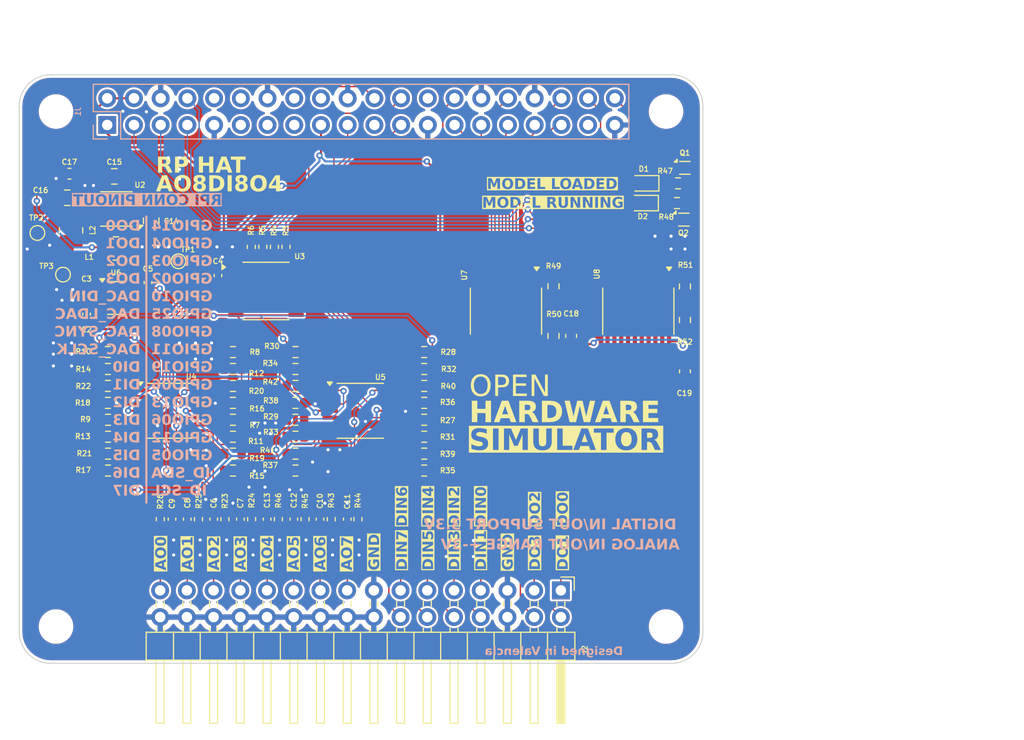
<source format=kicad_pcb>
(kicad_pcb (version 20240108) (generator "pcbnew") (generator_version "8.0")
  (title_block (date "15 nov 2012"))
  (layers (0 "F.Cu" signal) (31 "B.Cu" signal) (34 "B.Paste" user) (35 "F.Paste" user) (36 "B.SilkS" user "B.Silkscreen") (37 "F.SilkS" user "F.Silkscreen") (38 "B.Mask" user) (39 "F.Mask" user) (44 "Edge.Cuts" user))
  (net 0 "")
  (net 1 "GND")
  (net 2 "Net-(U6-Vbias)")
  (net 3 "AOUT2")
  (net 4 "AOUT3")
  (net 5 "AOUT1")
  (net 6 "AOUT0")
  (net 7 "AOUT6")
  (net 8 "AOUT7")
  (net 9 "AOUT5")
  (net 10 "AOUT4")
  (net 11 "/RP_conn/GPIO15{slash}RXD0")
  (net 12 "/RP_conn/GPIO24")
  (net 13 "DAC_SCLK")
  (net 14 "/RP_conn/GPIO27")
  (net 15 "DAC_DIN")
  (net 16 "/RP_conn/GPIO18{slash}PCM.CLK")
  (net 17 "DAC_LDAC")
  (net 18 "DAC_SYNC")
  (net 19 "+5V")
  (net 20 "+3V3")
  (net 21 "/RP_conn/GPIO23")
  (net 22 "/RP_conn/GPIO7{slash}SPI0.CE1")
  (net 23 "/RP_conn/GPIO22")
  (net 24 "/RP_conn/GPIO9{slash}SPI0.MISO")
  (net 25 "/RP_conn/GPIO26")
  (net 26 "Net-(U3-SCLK)")
  (net 27 "Net-(U3-DIN)")
  (net 28 "Net-(U3-~{SYNC})")
  (net 29 "Net-(U3-~{LDAC})")
  (net 30 "DAC_REF")
  (net 31 "Net-(R11-Pad1)")
  (net 32 "Net-(R12-Pad1)")
  (net 33 "Net-(R13-Pad1)")
  (net 34 "Net-(R10-Pad2)")
  (net 35 "Net-(U4C--)")
  (net 36 "Net-(U4D--)")
  (net 37 "Net-(U4B--)")
  (net 38 "Net-(U4A--)")
  (net 39 "Net-(R19-Pad2)")
  (net 40 "Net-(R20-Pad2)")
  (net 41 "Net-(R21-Pad2)")
  (net 42 "Net-(R22-Pad2)")
  (net 43 "Net-(R27-Pad2)")
  (net 44 "Net-(R28-Pad2)")
  (net 45 "Net-(R29-Pad2)")
  (net 46 "Net-(R30-Pad2)")
  (net 47 "Net-(U5C--)")
  (net 48 "Net-(U5D--)")
  (net 49 "Net-(U5B--)")
  (net 50 "Net-(U5A--)")
  (net 51 "Net-(R39-Pad2)")
  (net 52 "Net-(R40-Pad2)")
  (net 53 "Net-(R41-Pad2)")
  (net 54 "Net-(R42-Pad2)")
  (net 55 "DAC_CH7")
  (net 56 "DAC_CH6")
  (net 57 "DAC_CH5")
  (net 58 "DAC_CH0")
  (net 59 "DAC_CH1")
  (net 60 "DAC_CH2")
  (net 61 "DAC_CH4")
  (net 62 "DAC_CH3")
  (net 63 "-5V")
  (net 64 "VCC")
  (net 65 "Net-(U2-SWP)")
  (net 66 "Net-(U2-SWN)")
  (net 67 "Net-(D1-K)")
  (net 68 "Net-(D2-K)")
  (net 69 "LED0")
  (net 70 "LED1")
  (net 71 "Net-(Q1-Pad3)")
  (net 72 "Net-(Q2-Pad3)")
  (net 73 "Net-(U7-A->B)")
  (net 74 "Net-(U7-CE)")
  (net 75 "DI2")
  (net 76 "DI6_CONN")
  (net 77 "DI5")
  (net 78 "DI1")
  (net 79 "DI1_CONN")
  (net 80 "DI6")
  (net 81 "DI5_CONN")
  (net 82 "DI2_CONN")
  (net 83 "DI7_CONN")
  (net 84 "DI7")
  (net 85 "DI4_CONN")
  (net 86 "DI0_CONN")
  (net 87 "DI3")
  (net 88 "DI0")
  (net 89 "DI4")
  (net 90 "DI3_CONN")
  (net 91 "Net-(U8-A->B)")
  (net 92 "Net-(U8-CE)")
  (net 93 "DO2_CONN")
  (net 94 "DO0")
  (net 95 "DO3")
  (net 96 "DO3_CONN")
  (net 97 "DO1_CONN")
  (net 98 "DO0_CONN")
  (net 99 "DO2")
  (net 100 "DO1")
  (net 101 "/RP_conn/GPIO17")
  (footprint "MountingHole:MountingHole_2.7mm_M2.5" (layer "F.Cu") (at 161.5 47.5)
    (property "Reference" "MH2" (hide yes))
    (property "Value" "MountingHole_2.7mm_M2.5" (hide yes))
  )
  (footprint "Resistor_SMD:R_0603_1608Metric" (layer "F.Cu") (at 126.2636 71.994685 180)
    (property "Reference" "R34")
    (property "Value" "330")
  )
  (footprint "Resistor_SMD:R_0402_1005Metric" (layer "F.Cu") (at 124.638 86.284 -90)
    (property "Reference" "R46")
    (property "Value" "1k")
  )
  (footprint "Resistor_SMD:R_0603_1608Metric" (layer "F.Cu") (at 120.32 75.216855)
    (property "Reference" "R16")
    (property "Value" "50k")
  )
  (footprint "TestPoint:TestPoint_Pad_D1.0mm" (layer "F.Cu") (at 115.1384 61.7476)
    (property "Reference" "TP1")
    (property "Value" "TestPoint")
  )
  (footprint "Capacitor_SMD:C_0402_1005Metric" (layer "F.Cu") (at 118.8976 63.104685 90)
    (property "Reference" "C4")
    (property "Value" "0.47u")
  )
  (footprint "Capacitor_SMD:C_0402_1005Metric" (layer "F.Cu") (at 106.4008 66.7768 90)
    (property "Reference" "C2")
    (property "Value" "0.47u")
  )
  (footprint "Capacitor_SMD:C_0805_2012Metric" (layer "F.Cu") (at 112.5476 57.8868 -90)
    (property "Reference" "C14")
    (property "Value" "10u")
  )
  (footprint "Resistor_SMD:R_0603_1608Metric" (layer "F.Cu") (at 108.4272 73.60577)
    (property "Reference" "R22")
    (property "Value" "10k")
  )
  (footprint "Resistor_SMD:R_0603_1608Metric" (layer "F.Cu") (at 126.2636 73.60577)
    (property "Reference" "R42")
    (property "Value" "10k")
  )
  (footprint "Resistor_SMD:R_0603_1608Metric" (layer "F.Cu") (at 138.5064 73.60577 180)
    (property "Reference" "R40")
    (property "Value" "10k")
  )
  (footprint "Resistor_SMD:R_0603_1608Metric" (layer "F.Cu") (at 108.4272 71.994685 180)
    (property "Reference" "R14")
    (property "Value" "330")
  )
  (footprint "Resistor_SMD:R_0603_1608Metric" (layer "F.Cu") (at 126.2636 78.439025 180)
    (property "Reference" "R33")
    (property "Value" "330")
  )
  (footprint "Package_SO:TSSOP-14_4.4x5mm_P0.65mm" (layer "F.Cu") (at 114.4272 75.9716)
    (property "Reference" "U4")
    (property "Value" "OPA4990")
  )
  (footprint "Resistor_SMD:R_0603_1608Metric" (layer "F.Cu") (at 120.32 70.3836 180)
    (property "Reference" "R8")
    (property "Value" "8k")
  )
  (footprint "Capacitor_SMD:C_0402_1005Metric" (layer "F.Cu") (at 121.0312 86.284 90)
    (property "Reference" "C7")
    (property "Value" "1n5")
  )
  (footprint "Resistor_SMD:R_0603_1608Metric" (layer "F.Cu") (at 138.5064 71.994685)
    (property "Reference" "R32")
    (property "Value" "330")
  )
  (footprint "Capacitor_SMD:C_0402_1005Metric" (layer "F.Cu") (at 115.9768 86.284 90)
    (property "Reference" "C8")
    (property "Value" "1n5")
  )
  (footprint "Package_DFN_QFN:Diodes_DFN1006-3" (layer "F.Cu") (at 163.1952 57.7852)
    (property "Reference" "Q2")
    (property "Value" "DMN26D0UFB4-7")
  )
  (footprint "Resistor_SMD:R_0603_1608Metric" (layer "F.Cu") (at 126.2636 76.82794)
    (property "Reference" "R29")
    (property "Value" "8k")
  )
  (footprint "Resistor_SMD:R_0603_1608Metric" (layer "F.Cu") (at 138.5064 76.82794 180)
    (property "Reference" "R27")
    (property "Value" "8k")
  )
  (footprint "Resistor_SMD:R_0603_1608Metric" (layer "F.Cu") (at 138.5064 81.6612)
    (property "Reference" "R35")
    (property "Value" "50k")
  )
  (footprint "Resistor_SMD:R_0402_1005Metric" (layer "F.Cu") (at 127.178 86.284 -90)
    (property "Reference" "R45")
    (property "Value" "1k")
  )
  (footprint "Capacitor_SMD:C_0402_1005Metric" (layer "F.Cu") (at 114.5288 86.284 90)
    (property "Reference" "C9")
    (property "Value" "1n5")
  )
  (footprint "Resistor_SMD:R_0603_1608Metric" (layer "F.Cu") (at 138.5064 75.216855)
    (property "Reference" "R36")
    (property "Value" "50k")
  )
  (footprint "Package_SO:TSSOP-20_4.4x6.5mm_P0.65mm" (layer "F.Cu") (at 158.8624 66.4941 -90)
    (property "Reference" "U8")
    (property "Value" "74HC245")
  )
  (footprint "Resistor_SMD:R_0402_1005Metric" (layer "F.Cu") (at 132.2072 86.284 -90)
    (property "Reference" "R44")
    (property "Value" "1k")
  )
  (footprint "Resistor_SMD:R_0603_1608Metric" (layer "F.Cu") (at 108.4468 78.439025 180)
    (property "Reference" "R13")
    (property "Value" "330")
  )
  (footprint "Capacitor_SMD:C_0402_1005Metric" (layer "F.Cu") (at 126.1112 86.284 90)
    (property "Reference" "C12")
    (property "Value" "1n5")
  )
  (footprint "Package_SO:TSSOP-20_4.4x6.5mm_P0.65mm" (layer "F.Cu") (at 146.2788 66.4941 -90)
    (property "Reference" "U7")
    (property "Value" "74HC245")
  )
  (footprint "Capacitor_SMD:C_0402_1005Metric" (layer "F.Cu") (at 123.5712 86.284 90)
    (property "Reference" "C13")
    (property "Value" "1n5")
  )
  (footprint "Resistor_SMD:R_0402_1005Metric" (layer "F.Cu") (at 117.0436 86.284 -90)
    (property "Reference" "R25")
    (property "Value" "1k")
  )
  (footprint "TestPoint:TestPoint_Pad_D1.0mm" (layer "F.Cu") (at 101.7272 59.0552)
    (property "Reference" "TP2")
    (property "Value" "TestPoint")
  )
  (footprint "Package_TO_SOT_SMD:SOT-23-5" (layer "F.Cu") (at 109.1948 65.2387)
    (property "Reference" "U6")
    (property "Value" "REF2025")
  )
  (footprint "Resistor_SMD:R_0603_1608Metric" (layer "F.Cu") (at 126.2636 70.3836)
    (property "Reference" "R30")
    (property "Value" "8k")
  )
  (footprint "Package_DFN_QFN:Diodes_DFN1006-3" (layer "F.Cu") (at 163.2968 52.8576)
    (property "Reference" "Q1")
    (property "Value" "DMN26D0UFB4-7")
  )
  (footprint "Resistor_SMD:R_0603_1608Metric" (layer "F.Cu") (at 108.4468 81.6612 180)
    (property "Reference" "R17")
    (property "Value" "50k")
  )
  (footprint "Resistor_SMD:R_0402_1005Metric" (layer "F.Cu") (at 129.6672 86.284 -90)
    (property "Reference" "R43")
    (property "Value" "1k")
  )
  (footprint "Resistor_SMD:R_0603_1608Metric" (layer "F.Cu") (at 163.2968 64.1352 90)
    (property "Reference" "R51")
    (property "Value" "10k")
  )
  (footprint "Resistor_SMD:R_0603_1608Metric" (layer "F.Cu") (at 138.5064 70.3836 180)
    (property "Reference" "R28")
    (property "Value" "8k")
  )
  (footprint "Capacitor_SMD:C_0805_2012Metric" (layer "F.Cu") (at 109.0424 53.6704)
    (property "Reference" "C15")
    (property "Value" "10u")
  )
  (footprint "Resistor_SMD:R_0603_1608Metric" (layer "F.Cu") (at 108.4468 76.82794)
    (property "Reference" "R9")
    (property "Value" "8k")
  )
  (footprint "MountingHole:MountingHole_2.7mm_M2.5" (layer "F.Cu") (at 103.5 96.5)
    (property "Reference" "MH3" (hide yes))
    (property "Value" "MountingHole_2.7mm_M2.5" (hide yes))
  )
  (footprint "Resistor_SMD:R_0603_1608Metric" (layer "F.Cu") (at 162.6364 54.3308)
    (property "Reference" "R47")
    (property "Value" "330")
  )
  (footprint "Package_SO:TSSOP-16_4.4x5mm_P0.65mm" (layer "F.Cu") (at 123.464 64.5768)
    (property "Reference" "U3")
    (property "Value" "AD53x8")
  )
  (footprint "MountingHole:MountingHole_2.7mm_M2.5" (layer "F.Cu") (at 103.5 47.5)
    (property "Reference" "MH1" (hide yes))
    (property "Value" "MountingHole_2.7mm_M2.5" (hide yes))
  )
  (footprint "Package_SO:TSSOP-14_4.4x5mm_P0.65mm" (layer "F.Cu") (at 132.4272 75.9716)
    (property "Reference" "U5")
    (property "Value" "OPA4990")
  )
  (footprint "Capacitor_SMD:C_0402_1005Metric" (layer "F.Cu") (at 128.6004 86.284 90)
    (property "Reference" "C10")
    (property "Value" "1n5")
  )
  (footprint "Resistor_SMD:R_0402_1005Metric" (layer "F.Cu") (at 123.164 60.3768 90)
    (property "Reference" "R5")
    (property "Value" "27")
  )
  (footprint "Inductor_SMD:L_1008_2520Metric" (layer "F.Cu") (at 104.9276 58.8012 -90)
    (property "Reference" "L2")
    (property "Value" "4u7")
  )
  (footprint "Resistor_SMD:R_0603_1608Metric" (layer "F.Cu") (at 138.5064 80.05011 180)
    (property "Reference" "R39")
    (property "Value" "10k")
  )
  (footprint "Resistor_SMD:R_0603_1608Metric" (layer "F.Cu") (at 163.2968 67.3356 -90)
    (property "Reference" "R52")
    (property "Value" "10k")
  )
  (footprint "Resistor_SMD:R_0402_1005Metric" (layer "F.Cu") (at 125.364 60.3768 90)
    (property "Reference" "R3")
    (property "Value" "27")
  )
  (footprint "LED_SMD:LED_0603_1608Metric" (layer "F.Cu") (at 159.2836 56.2104 180)
    (property "Reference" "D2")
    (property "Value" "LED")
  )
  (footprint "LED_SMD:LED_0603_1608Metric" (layer "F.Cu") (at 159.3344 54.3308 180)
    (property "Reference" "D1")
    (property "Value" "LED")
  )
  (footprint "Resistor_SMD:R_0603_1608Metric" (layer "F.Cu") (at 108.4468 80.05011)
    (property "Reference" "R21")
    (property "Value" "10k")
  )
  (footprint "Resistor_SMD:R_0603_1608Metric" (layer "F.Cu") (at 120.32 78.439025)
    (property "Reference" "R11")
    (property "Value" "330")
  )
  (footprint "Resistor_SMD:R_0603_1608Metric" (layer "F.Cu") (at 162.5348 56.2104)
    (property "Reference" "R48")
    (property "Value" "330")
  )
  (footprint "Resistor_SMD:R_0603_1608Metric" (layer "F.Cu") (at 150.8 68.8466 -90)
    (property "Reference" "R50")
    (property "Value" "10k")
  )
  (footprint "Package_SON:WSON-12-1EP_3x3mm_P0.5mm_EP1.5x2.5mm" (layer "F.Cu") (at 109.2456 56.7692 180)
    (property "Reference" "U2")
    (property "Value" "~")
  )
  (footprint "Capacitor_SMD:C_0402_1005Metric" (layer "F.Cu") (at 131.1912 86.284 90)
    (property "Reference" "C11")
    (property "Value" "1n5")
  )
  (footprint "Resistor_SMD:R_0402_1005Metric" (layer "F.Cu") (at 119.558 86.284 -90)
    (property "Reference" "R23")
    (property "Value" "1k")
  )
  (footprint "Resistor_SMD:R_0603_1608Metric" (layer "F.Cu") (at 126.2636 80.05011)
    (property "Reference" "R41")
    (property "Value" "10k")
  )
  (footprint "Resistor_SMD:R_0402_1005Metric" (layer "F.Cu") (at 122.064 60.3768 90)
    (property "Reference" "R6")
    (property "Value" "27")
  )
  (footprint "Capacitor_SMD:C_0603_1608Metric" (layer "F.Cu") (at 163.2968 72.2124 90)
    (property "Reference" "C19")
    (property "Value" "100n")
  )
  (footprint "Resistor_SMD:R_0603_1608Metric" (layer "F.Cu") (at 108.4272 70.3836)
    (property "Reference" "R10")
    (property "Value" "8k")
  )
  (footprint "Capacitor_SMD:C_0805_2012Metric" (layer "F.Cu") (at 104.572 55.7024 180)
    (property "Reference" "C16")
    (property "Value" "10u")
  )
  (footprint "Resistor_SMD:R_0603_1608Metric" (layer "F.Cu") (at 126.2636 75.216855 180)
    (property "Reference" "R38")
    (property "Value" "50k")
  )
  (footprint "Resistor_SMD:R_0603_1608Metric" (layer "F.Cu") (at 138.5064 78.439025)
    (property "Reference" "R31")
    (property "Value" "330")
  )
  (footprint "MountingHole:MountingHole_2.7mm_M2.5" (layer "F.Cu") (at 161.5 96.5)
    (property "Reference" "MH4" (hide yes))
    (property "Value" "MountingHole_2.7mm_M2.5" (hide yes))
  )
  (footprint "Connector_PinHeader_2.54mm:PinHeader_2x16_P2.54mm_Horizontal" (layer "F.Cu") (at 151.5 93.06 -90)
    (property "Reference" "J2")
    (property "Value" "Conn_02x16_Odd_Even")
  )
  (footprint "Resistor_SMD:R_0603_1608Metric" (layer "F.Cu") (at 120.32 76.82794 180)
    (property "Reference" "R7")
    (property "Value" "8k")
  )
  (footprint "Resistor_SMD:R_0402_1005Metric" (layer "F.Cu") (at 122.098 86.284 -90)
    (property "Reference" "R24")
    (property "Value" "1k")
  )
  (footprint "Resistor_SMD:R_0603_1608Metric" (layer "F.Cu") (at 120.32 81.6612)
    (property "Reference" "R15")
    (property "Value" "50k")
  )
  (footprint "Capacitor_SMD:C_0402_1005Metric" (layer "F.Cu") (at 112.2428 63.7796 90)
    (property "Reference" "C5")
    (property "Value" "100n")
  )
  (footprint "Capacitor_SMD:C_0402_1005Metric" (layer "F.Cu") (at 106.4008 64.7956 -90)
    (property "Reference" "C3")
    (property "Value" "100n")
  )
  (footprint "Capacitor_SMD:C_0402_1005Metric" (layer "F.Cu") (at 118.4912 86.284 90)
    (property "Reference" "C6")
    (property "Value" "1n5")
  )
  (footprint "Capacitor_SMD:C_0603_1608Metric" (layer "F.Cu") (at 152.4764 68.8466 -90)
    (property "Reference" "C18")
    (property "Value" "100n")
  )
  (footprint "TestPoint:TestPoint_Pad_D1.0mm" (layer "F.Cu") (at 104.1656 63.0176)
    (property "Reference" "TP3")
    (property "Value" "TestPoint")
  )
  (footprint "Resistor_SMD:R_0402_1005Metric" (layer "F.Cu") (at 113.4112 86.284 -90)
    (property "Reference" "R26")
    (property "Value" "1k")
  )
  (footprint "Resistor_SMD:R_0603_1608Metric" (layer "F.Cu") (at 120.32 71.994685)
    (property "Reference" "R12")
    (property "Value" "330")
  )
  (footprint "Capacitor_SMD:C_0603_1608Metric" (layer "F.Cu") (at 104.7752 53.4164 180)
    (property "Reference" "C17")
    (property "Value" "100n")
  )
  (footprint "Resistor_SMD:R_0603_1608Metric" (layer "F.Cu") (at 120.32 80.05011 180)
    (property "Reference" "R19")
    (property "Value" "10k")
  )
  (footprint "Inductor_SMD:L_1008_2520Metric" (layer "F.Cu") (at 109.1948 60.5284)
    (property "Reference" "L1")
    (property "Value" "4u7")
  )
  (footprint "Resistor_SMD:R_0603_1608Metric" (layer "F.Cu") (at 120.32 73.60577 180)
    (property "Reference" "R20")
    (property "Value" "10k")
  )
  (footprint "Resistor_SMD:R_0603_1608Metric" (layer "F.Cu") (at 126.2636 81.6612 180)
    (property "Reference" "R37")
    (property "Value" "50k")
  )
  (footprint "Resistor_SMD:R_0402_1005Metric" (layer "F.Cu") (at 124.264 60.3768 90)
    (property "Reference" "R4")
    (property "Value" "27")
  )
  (footprint "Resistor_SMD:R_0603_1608Metric" (layer "F.Cu") (at 108.4272 75.216855 180)
    (property "Reference" "R18")
    (property "Value" "50k")
  )
  (footprint "Resistor_SMD:R_0603_1608Metric" (layer "F.Cu") (at 150.8 64.1222 90)
    (property "Reference" "R49")
    (property "Value" "10k")
  )
  (footprint "Connector_PinSocket_2.54mm:PinSocket_2x20_P2.54mm_Vertical" (layer "B.Cu") (at 108.37 48.78 -90)
    (property "Reference" "J1")
    (property "Value" "GPIO")
  )
  (gr_line (start 112.0904 57.4828) (end 112.0904 84.7116) (stroke (width 0.2)) (layer "B.SilkS"))
  (gr_arc (start 162 44) (mid 164.12132 44.87868) (end 165 47) (stroke (width 0.1)) (layer "Edge.Cuts"))
  (gr_line (start 165 97) (end 165 47) (stroke (width 0.1)) (layer "Edge.Cuts"))
  (gr_line (start 100 47) (end 100 81) (stroke (width 0.1)) (layer "Edge.Cuts"))
  (gr_arc (start 103 100) (mid 100.87868 99.12132) (end 100 97) (stroke (width 0.1)) (layer "Edge.Cuts"))
  (gr_line (start 103 100) (end 162 100) (stroke (width 0.1)) (layer "Edge.Cuts"))
  (gr_arc (start 165 97) (mid 164.12132 99.12132) (end 162 100) (stroke (width 0.1)) (layer "Edge.Cuts"))
  (gr_arc (start 100 47) (mid 100.87868 44.87868) (end 103 44) (stroke (width 0.1)) (layer "Edge.Cuts"))
  (gr_line (start 100 81) (end 100 97) (stroke (width 0.1)) (layer "Edge.Cuts"))
  (gr_line (start 162 44) (end 103 44) (stroke (width 0.1)) (layer "Edge.Cuts"))
  (gr_text "DIGITAL IN/OUT SUPPORT 3.3V" (at 138.4556 87.41611 0) (layer "B.SilkS") (effects (font (size 1 1)) (justify right bottom mirror)))
  (gr_text "Designed in Valencia" (at 144.2468 99.3396 0) (layer "B.SilkS") (effects (font (size 0.8 0.8)) (justify right bottom mirror)))
  (gr_text "GPIO14\nGPIO04\nGPIO03\nGPIO02\nGPIO10\nGPIO25\nGPIO08\nGPIO11\nGPIO19\nGPIO06\nGPIO13\nGPIO06\nGPIO12\nGPIO05\nID_SDA\nID_SCL" (at 112.5476 84.2012 -0) (layer "B.SilkS") (effects (font (size 1 1)) (justify right bottom mirror)))
  (gr_text "ANALOG IN/OUT RANGE +-3V" (at 140.0812 89.332 0) (layer "B.SilkS") (effects (font (size 1 1)) (justify right bottom mirror)))
  (gr_text "DO0\nDO1\nDO2\nDO3\nDAC_DIN\nDAC_LDAC\nDAC_SYNC\nDAC_SCLK\nDI0\nDI1\nDI2\nDI3\nDI4\nDI5\nDI6\nDI7" (at 111.5316 84.2012 -0) (layer "B.SilkS") (effects (font (size 1 1)) (justify left bottom mirror)))
  (gr_text "RPI CONN PINOUT" (at 112.192 56.5684 -0) (layer "B.SilkS" knockout) (effects (font (size 1 1)) (justify bottom mirror)))
  (gr_text "AO5" (at 126.749825 91.1608 90) (layer "F.SilkS" knockout) (effects (font (size 1 1)) (justify left bottom)))
  (gr_text "AO6" (at 129.27531 91.1608 90) (layer "F.SilkS" knockout) (effects (font (size 1 1)) (justify left bottom)))
  (gr_text "DIN6" (at 137.0332 86.9952 90) (layer "F.SilkS" knockout) (effects (font (size 1 1)) (justify left bottom)))
  (gr_text "GND" (at 134.3916 91.1608 90) (layer "F.SilkS" knockout) (effects (font (size 1 1)) (justify left bottom)))
  (gr_text "DIN0" (at 144.5516 86.9952 90) (layer "F.SilkS" knockout) (effects (font (size 1 1)) (justify left bottom)))
  (gr_text "DO3" (at 149.6824 91.1608 90) (layer "F.SilkS" knockout) (effects (font (size 1 1)) (justify left bottom)))
  (gr_text "OPEN" (at 142.7808 74.9048 0) (layer "F.SilkS") (effects (font (size 2 2)) (justify left bottom)))
  (gr_text "DIN1" (at 144.5516 91.1608 90) (layer "F.SilkS" knockout) (effects (font (size 1 1)) (justify left bottom)))
  (gr_text "MODEL RUNNING" (at 144 56.82 0) (layer "F.SilkS" knockout) (effects (font (size 1 1)) (justify left bottom)))
  (gr_text "AO4" (at 124.22434 91.1608 90) (layer "F.SilkS" knockout) (effects (font (size 1 1)) (justify left bottom)))
  (gr_text "DIN7" (at 137.0332 91.1608 90) (layer "F.SilkS" knockout) (effects (font (size 1 1)) (justify left bottom)))
  (gr_text "AO7" (at 131.8008 91.1608 90) (layer "F.SilkS" knockout) (effects (font (size 1 1)) (justify left bottom)))
  (gr_text "DO2" (at 149.6824 86.9952 90) (layer "F.SilkS" knockout) (effects (font (size 1 1)) (justify left bottom)))
  (gr_text "DIN3" (at 142.0116 91.1608 90) (layer "F.SilkS" knockout) (effects (font (size 1 1)) (justify left bottom)))
  (gr_text "DIN2" (at 142.0116 86.9952 90) (layer "F.SilkS" knockout) (effects (font (size 1 1)) (justify left bottom)))
  (gr_text "AO2" (at 119.17337 91.1608 90) (layer "F.SilkS" knockout) (effects (font (size 1 1)) (justify left bottom)))
  (gr_text "DO0" (at 152.324 86.9952 90) (layer "F.SilkS" knockout) (effects (font (size 1 1)) (justify left bottom)))
  (gr_text "MODEL LOADED" (at 144.45 55.042 0) (layer "F.SilkS" knockout) (effects (font (size 1 1)) (justify left bottom)))
  (gr_text "AO0" (at 114.1224 91.1608 90) (layer "F.SilkS" knockout) (effects (font (size 1 1)) (justify left bottom)))
  (gr_text "AO1" (at 116.647885 91.1608 90) (layer "F.SilkS" knockout) (effects (font (size 1 1)) (justify left bottom)))
  (gr_text "AO8DI8O4" (at 113.0048 55.3468 0) (layer "F.SilkS") (effects (font (size 1.5 1.5)) (justify left bottom)))
  (gr_text "DIN4" (at 139.5224 86.9952 90) (layer "F.SilkS" knockout) (effects (font (size 1 1)) (justify left bottom)))
  (gr_text "HARDWARE" (at 142.7736 77.394 0) (layer "F.SilkS") (effects (font (size 2 2) (thickness 0.4) (bold yes)) (justify left bottom)))
  (gr_text "DIN5" (at 139.5224 91.1608 90) (layer "F.SilkS" knockout) (effects (font (size 1 1)) (justify left bottom)))
  (gr_text "GND" (at 147.0916 91.1608 90) (layer "F.SilkS" knockout) (effects (font (size 1 1)) (justify left bottom)))
  (gr_text "AO3" (at 121.698855 91.1608 90) (layer "F.SilkS" knockout) (effects (font (size 1 1)) (justify left bottom)))
  (gr_text "SIMULATOR" (at 142.7736 80.0356 0) (layer "F.SilkS" knockout) (effects (font (size 2 2)) (justify left bottom)))
  (gr_text "DO1" (at 152.324 91.1608 90) (layer "F.SilkS" knockout) (effects (font (size 1 1)) (justify left bottom)))
  (gr_text "RP HAT" (at 113.0048 53.5688 0) (layer "F.SilkS") (effects (font (size 1.5 1.5)) (justify left bottom)))
  (segment (start 119.108055 75.216855) (end 119.495 75.216855) (width 0.127) (layer "F.Cu") (net 1))
  (segment (start 104.0002 55.3242) (end 103.622 55.7024) (width 0.127) (layer "F.Cu") (net 1))
  (segment (start 104.0002 53.4164) (end 104.0002 55.3242) (width 0.127) (layer "F.Cu") (net 1))
  (via (at 113.1572 77.394) (size 0.6) (drill 0.3) (layers "F.Cu" "B.Cu") (net 1))
  (via (at 117.199428 89.6876) (size 0.6) (drill 0.3) (layers "F.Cu" "B.Cu") (net 1))
  (via (at 163.2968 59.36) (size 0.6) (drill 0.3) (layers "F.Cu" "B.Cu") (net 1))
  (via (at 122.235884 88.2652) (size 0.6) (drill 0.3) (layers "F.Cu" "B.Cu") (net 1))
  (via (at 132.9184 76.9876) (size 0.6) (drill 0.3) (layers "F.Cu" "B.Cu") (net 1))
  (via (at 115.24 53.9244) (size 0.6) (drill 0.3) (layers "F.Cu" "B.Cu") (net 1))
  (via (at 126.8224 83.49) (size 0.6) (drill 0.3) (layers "F.Cu" "B.Cu") (net 1))
  (via (at 131.1912 84.76) (size 0.6) (drill 0.3) (layers "F.Cu" "B.Cu") (net 1))
  (via (at 115.24 51.8924) (size 0.6) (drill 0.3) (layers "F.Cu" "B.Cu") (net 1))
  (via (at 114.6812 88.2652) (size 0.6) (drill 0.3) (layers "F.Cu" "B.Cu") (net 1))
  (via (at 118.6944 84.4044) (size 0.6) (drill 0.3) (layers "F.Cu" "B.Cu") (net 1))
  (via (at 109.8552 47.4728) (size 0.6) (drill 0.3) (layers "F.Cu" "B.Cu") (net 1))
  (via (at 103.2512 69.52) (size 0.6) (drill 0.3) (layers "F.Cu" "B.Cu") (net 1))
  (via (at 160.452 59.36) (size 0.6) (drill 0.3) (layers "F.Cu" "B.Cu") (net 1))
  (via (at 143.18 88.316) (size 0.6) (drill 0.3) (layers "F.Cu" "B.Cu") (net 1))
  (via (at 105.08 65.456) (size 0.6) (drill 0.3) (layers "F.Cu" "B.Cu") (net 1))
  (via (at 125.7048 83.49) (size 0.6) (drill 0.3) (layers "F.Cu" "B.Cu") (net 1))
  (via (at 114.224 60.376) (size 0.6) (drill 0.3) (layers "F.Cu" "B.Cu") (net 1))
  (via (at 120.32 84.76) (size 0.6) (drill 0.3) (layers "F.Cu" "B.Cu") (net 1))
  (via (at 114.6812 89.6876) (size 0.6) (drill 0.3) (layers "F.Cu" "B.Cu") (net 1))
  (via (at 109.2522 75.216855) (size 0.6) (drill 0.3) (layers "F.Cu" "B.Cu") (net 1))
  (via (at 143.18 89.84) (size 0.6) (drill 0.3) (layers "F.Cu" "B.Cu") (net 1))
  (via (at 116.764 69.52) (size 0.6) (drill 0.3) (layers "F.Cu" "B.Cu") (net 1))
  (via (at 103.2512 71.7044) (size 0.6) (drill 0.3) (layers "F.Cu" "B.Cu") (net 1))
  (via (at 104.9784 69.52) (size 0.6) (drill 0.3) (layers "F.Cu" "B.Cu") (net 1))
  (via (at 136.7284 76.0224) (size 0.6) (drill 0.3) (layers "F.Cu" "B.Cu") (net 1))
  (via (at 119.717656 89.6876) (size 0.6) (drill 0.3) (layers "F.Cu" "B.Cu") (net 1))
  (via (at 100.762 60.5792) (size 0.6) (drill 0.3) (layers "F.Cu" "B.Cu") (net 1))
  (via (at 121.844 83.236) (size 0.6) (drill 0.3) (layers "F.Cu" "B.Cu") (net 1))
  (via (at 123.876 78.156) (size 0.6) (drill 0.3) (layers "F.Cu" "B.Cu") (net 1))
  (via (at 118.288 71.044) (size 0.6) (drill 0.3) (layers "F.Cu" "B.Cu") (net 1))
  (via (at 140.5892 89.84) (size 0.6) (drill 0.3) (layers "F.Cu" "B.Cu") (net 1))
  (via (at 119.717656 88.2652) (size 0.6) (drill 0.3) (layers "F.Cu" "B.Cu") (net 1))
  (via (at 118.6436 75.2604) (size 0.6) (drill 0.3) (layers "F.Cu" "B.Cu") (net 1))
  (via (at 123.368 83.236) (size 0.6) (drill 0.3) (layers "F.Cu" "B.Cu") (net 1))
  (via (at 102.8956 60.2236) (size 0.6) (drill 0.3) (layers "F.Cu" "B.Cu") (net 1))
  (via (at 112.0904 47.5236) (size 0.6) (drill 0.3) (layers "F.Cu" "B.Cu") (net 1))
  (via (at 104.9784 71.7044) (size 0.6) (drill 0.3) (layers "F.Cu" "B.Cu") (net 1))
  (via (at 129.3624 79.68) (size 0.6) (drill 0.3) (layers "F.Cu" "B.Cu") (net 1))
  (via (at 116.764 71.044) (size 0.6) (drill 0.3) (layers "F.Cu" "B.Cu") (net 1))
  (via (at 161.976 59.36) (size 0.6) (drill 0.3) (layers "F.Cu" "B.Cu") (net 1))
  (via (at 114.1732 51.8924) (size 0.6) (drill 0.3) (layers "F.Cu" "B.Cu") (net 1))
  (via (at 119.304 61.3412) (size 0.6) (drill 0.3) (layers "F.Cu" "B.Cu") (net 1))
  (via (at 115.24 53.01) (size 0.6) (drill 0.3) (layers "F.Cu" "B.Cu") (net 1))
  (via (at 122.235884 89.6876) (size 0.6) (drill 0.3) (layers "F.Cu" "B.Cu") (net 1))
  (via (at 116.3068 79.68) (size 0.6) (drill 0.3) (layers "F.Cu" "B.Cu") (net 1))
  (via (at 129.3624 81.7628) (size 0.6) (drill 0.3) (layers "F.Cu" "B.Cu") (net 1))
  (via (at 129.790568 88.2652) (size 0.6) (drill 0.3) (layers "F.Cu" "B.Cu") (net 1))
  (via (at 132.3088 88.2652) (size 0.6) (drill 0.3) (layers "F.Cu" "B.Cu") (net 1))
  (via (at 122.86 78.1052) (size 0.6) (drill 0.3) (layers "F.Cu" "B.Cu") (net 1))
  (via (at 124.754112 89.6876) (size 0.6) (drill 0.3) (layers "F.Cu" "B.Cu") (net 1))
  (via (at 104.9784 70.5868) (size 0.6) (drill 0.3) (layers "F.Cu" "B.Cu") (net 1))
  (via (at 127.27234 89.6876) (size 0.6) (drill 0.3) (layers "F.Cu" "B.Cu") (net 1))
  (via (at 117.78 79.7308) (size 0.6) (drill 0.3) (layers "F.Cu" "B.Cu") (net 1))
  (via (at 118.796 60.376) (size 0.6) (drill 0.3) (layers "F.Cu" "B.Cu") (net 1))
  (via (at 107.0612 54.534) (size 0.6) (drill 0.3) (layers "F.Cu" "B.Cu") (net 1))
  (via (at 129.790568 89.6876) (size 0.6) (drill 0.3) (layers "F.Cu" "B.Cu") (net 1))
  (via (at 120.2692 60.376) (size 0.6) (drill 0.3) (layers "F.Cu" "B.Cu") (net 1))
  (via (at 115.24 69.52) (size 0.6) (drill 0.3) (layers "F.Cu" "B.Cu") (net 1))
  (via (at 103.5052 53.8736) (size 0.6) (drill 0.3) (layers "F.Cu" "B.Cu") (net 1))
  (via (at 123.368 81.712) (size 0.6) (drill 0.3) (layers "F.Cu" "B.Cu") (net 1))
  (via (at 124.754112 88.2652) (size 0.6) (drill 0.3) (layers "F.Cu" "B.Cu") (net 1))
  (via (at 105.08 64.44) (size 0.6) (drill 0.3) (layers "F.Cu" "B.Cu") (net 1))
  (via (at 128.1432 75.3112) (size 0.6) (drill 0.3) (layers "F.Cu" "B.Cu") (net 1))
  (via (at 122.352 81.712) (size 0.6) (drill 0.3) (layers "F.Cu" "B.Cu") (net 1))
  (via (at 127.8892 80.8484) (size 0.6) (drill 0.3) (layers "F.Cu" "B.Cu") (net 1))
  (via (at 124.384 77.14) (size 0.6) (drill 0.3) (layers "F.Cu" "B.Cu") (net 1))
  (via (at 103.2512 70.5868) (size 0.6) (drill 0.3) (layers "F.Cu" "B.Cu") (net 1))
  (via (at 111.684 60.376) (size 0.6) (drill 0.3) (layers "F.Cu" "B.Cu") (net 1))
  (via (at 130.48 79.68) (size 0.6) (drill 0.3) (layers "F.Cu" "B.Cu") (net 1))
  (via (at 163.2968 60.5792) (size 0.6) (drill 0.3) (layers "F.Cu" "B.Cu") (net 1))
  (via (at 123.368 77.14) (size 0.6) (drill 0.3) (layers "F.Cu" "B.Cu") (net 1))
  (via (at 117.199428 88.2652) (size 0.6) (drill 0.3) (layers "F.Cu" "B.Cu") (net 1))
  (via (at 127.27234 88.2652) (size 0.6) (drill 0.3) (layers "F.Cu" "B.Cu") (net 1))
  (via (at 129.0576 84.7647) (size 0.6) (drill 0.3) (layers "F.Cu" "B.Cu") (net 1))
  (via (at 122.352 77.14) (size 0.6) (drill 0.3) (layers "F.Cu" "B.Cu") (net 1))
  (via (at 161.976 60.5792) (size 0.6) (drill 0.3) (layers "F.Cu" "B.Cu") (net 1))
  (via (at 103.556 64.44) (size 0.6) (drill 0.3) (layers "F.Cu" "B.Cu") (net 1))
  (via (at 132.3088 89.6876) (size 0.6) (drill 0.3) (layers "F.Cu" "B.Cu") (net 1))
  (via (at 118.288 69.52) (size 0.6) (drill 0.3) (layers "F.Cu" "B.Cu") (net 1))
  (via (at 104.064 65.456) (size 0.6) (drill 0.3) (layers "F.Cu" "B.Cu") (net 1))
  (via (at 106.2484 54.534) (size 0.6) (drill 0.3) (layers "F.Cu" "B.Cu") (net 1))
  (via (at 117.78 81.204) (size 0.6) (drill 0.3) (layers "F.Cu" "B.Cu") (net 1))
  (via (at 113.208 60.376) (size 0.6) (drill 0.3) (layers "F.Cu" "B.Cu") (net 1))
  (via (at 117.7292 84.4044) (size 0.6) (drill 0.3) (layers "F.Cu" "B.Cu") (net 1))
  (segment (start 108.0573 64.2887) (end 106.4277 64.2887) (width 0.127) (layer "F.Cu") (net 2))
  (segment (start 106.4277 64.2887) (end 106.4008 64.3156) (width 0.127) (layer "F.Cu") (net 2))
  (segment (start 118.5212 86.794) (end 118.4912 86.764) (width 0.127) (layer "F.Cu") (net 3))
  (segment (start 118.4912 93.0488) (end 118.48 93.06) (width 0.127) (layer "F.Cu") (net 3))
  (segment (start 118.4912 86.764) (end 118.4912 93.0488) (width 0.127) (layer "F.Cu") (net 3))
  (segment (start 119.558 86.794) (end 118.5212 86.794) (width 0.127) (layer "F.Cu") (net 3))
  (segment (start 122.098 86.794) (end 121.0612 86.794) (width 0.127) (layer "F.Cu") (net 4))
  (segment (start 121.0312 93.0488) (end 121.02 93.06) (width 0.127) (layer "F.Cu") (net 4))
  (segment (start 121.0312 86.764) (end 121.0312 93.0488) (width 0.127) (layer "F.Cu") (net 4))
  (segment (start 121.0612 86.794) (end 121.0312 86.764) (width 0.127) (layer "F.Cu") (net 4))
  (segment (start 116.0068 86.794) (end 115.9768 86.764) (width 0.127) (layer "F.Cu") (net 5))
  (segment (start 115.9768 93.0232) (end 115.94 93.06) (width 0.127) (layer "F.Cu") (net 5))
  (segment (start 117.0436 86.794) (end 116.0068 86.794) (width 0.127) (layer "F.Cu") (net 5))
  (segment (start 115.9768 86.764) (end 115.9768 93.0232) (width 0.127) (layer "F.Cu") (net 5))
  (segment (start 113.4112 93.0488) (end 113.4 93.06) (width 0.127) (layer "F.Cu") (net 6))
  (segment (start 113.4412 86.764) (end 113.4112 86.794) (width 0.127) (layer "F.Cu") (net 6))
  (segment (start 113.4112 86.794) (end 113.4112 93.0488) (width 0.127) (layer "F.Cu") (net 6))
  (segment (start 114.5288 86.764) (end 113.4412 86.764) (width 0.127) (layer "F.Cu") (net 6))
  (segment (start 128.6004 93.0204) (end 128.64 93.06) (width 0.127) (layer "F.Cu") (net 7))
  (segment (start 128.6004 86.764) (end 128.6004 93.0204) (width 0.127) (layer "F.Cu") (net 7))
  (segment (start 129.6672 86.794) (end 128.6304 86.794) (width 0.127) (layer "F.Cu") (net 7))
  (segment (start 128.6304 86.794) (end 128.6004 86.764) (width 0.127) (layer "F.Cu") (net 7))
  (segment (start 132.2072 86.794) (end 131.2212 86.794) (width 0.127) (layer "F.Cu") (net 8))
  (segment (start 131.1912 86.764) (end 131.1912 93.0488) (width 0.127) (layer "F.Cu") (net 8))
  (segment (start 131.1912 93.0488) (end 131.18 93.06) (width 0.127) (layer "F.Cu") (net 8))
  (segment (start 131.2212 86.794) (end 131.1912 86.764) (width 0.127) (layer "F.Cu") (net 8))
  (segment (start 126.1112 86.764) (end 126.1112 93.0488) (width 0.127) (layer "F.Cu") (net 9))
  (segment (start 127.178 86.794) (end 126.1412 86.794) (width 0.127) (layer "F.Cu") (net 9))
  (segment (start 126.1112 93.0488) (end 126.1 93.06) (width 0.127) (layer "F.Cu") (net 9))
  (segment (start 126.1412 86.794) (end 126.1112 86.764) (width 0.127) (layer "F.Cu") (net 9))
  (segment (start 124.638 86.794) (end 123.6012 86.794) (width 0.127) (layer "F.Cu") (net 10))
  (segment (start 123.5712 86.764) (end 123.5712 93.0488) (width 0.127) (layer "F.Cu") (net 10))
  (segment (start 123.5712 93.0488) (end 123.56 93.06) (width 0.127) (layer "F.Cu") (net 10))
  (segment (start 123.6012 86.794) (end 123.5712 86.764) (width 0.127) (layer "F.Cu") (net 10))
  (segment (start 133.5024 51.5876) (end 136.31 48.78) (width 0.127) (layer "F.Cu") (net 13))
  (segment (start 131.8516 51.5876) (end 133.5024 51.5876) (width 0.127) (layer "F.Cu") (net 13))
  (segment (start 125.364 59.8668) (end 125.364 58.0752) (width 0.127) (layer "F.Cu") (net 13))
  (segment (start 125.364 58.0752) (end 131.8516 51.5876) (width 0.127) (layer "F.Cu") (net 13))
  (segment (start 131.23 51.7012) (end 131.23 48.78) (width 0.127) (layer "F.Cu") (net 15))
  (segment (start 124.264 59.8668) (end 124.264 58.6672) (width 0.127) (layer "F.Cu") (net 15))
  (segment (start 124.264 58.6672) (end 131.23 51.7012) (width 0.127) (layer "F.Cu") (net 15))
  (segment (start 127.5336 45.821673) (end 127.5336 54.472704) (width 0.127) (layer "F.Cu") (net 17))
  (segment (start 128.228773 45.1265) (end 127.5336 45.821673) (width 0.127) (layer "F.Cu") (net 17))
  (segment (start 127.5336 54.472704) (end 122.139504 59.8668) (width 0.127) (layer "F.Cu") (net 17))
  (segment (start 132.6565 45.1265) (end 128.228773 45.1265) (width 0.127) (layer "F.Cu") (net 17))
  (segment (start 133.77 46.24) (end 132.6565 45.1265) (width 0.127) (layer "F.Cu") (net 17))
  (segment (start 122.139504 59.8668) (end 122.064 59.8668) (width 0.127) (layer "F.Cu") (net 17))
  (segment (start 136.31 46.24) (end 134.8835 47.6665) (width 0.127) (layer "F.Cu") (net 18))
  (segment (start 123.164 59.304752) (end 123.164 59.8668) (width 0.127) (layer "F.Cu") (net 18))
  (segment (start 129.9212 52.547552) (end 123.164 59.304752) (width 0.127) (layer "F.Cu") (net 18))
  (segment (start 129.9212 48.514073) (end 129.9212 52.547552) (width 0.127) (layer "F.Cu") (net 18))
  (segment (start 134.8835 47.6665) (end 130.768773 47.6665) (width 0.127) (layer "F.Cu") (net 18))
  (segment (start 130.768773 47.6665) (end 129.9212 48.514073) (width 0.127) (layer "F.Cu") (net 18))
  (segment (start 103.1496 62.154) (end 102.286 63.0176) (width 0.2) (layer "F.Cu") (net 19))
  (segment (start 110.1092 69.012) (end 110.9728 69.012) (width 0.2) (layer "F.Cu") (net 19))
  (segment (start 128.3464 75.9716) (end 128.194 76.124) (width 0.2) (layer "F.Cu") (net 19))
  (segment (start 129.5647 75.9716) (end 128.3464 75.9716) (width 0.2) (layer "F.Cu") (net 19))
  (segment (start 105.7404 68.1992) (end 109.2964 68.1992) (width 0.2) (layer "F.Cu") (net 19))
  (segment (start 113.4112 61.7476) (end 113.0048 62.154) (width 0.2) (layer "F.Cu") (net 19))
  (segment (start 102.286 63.0176) (end 102.286 64.7448) (width 0.2) (layer "F.Cu") (net 19))
  (segment (start 102.3368 64.7956) (end 105.7404 68.1992) (width 0.2) (layer "F.Cu") (net 19))
  (segment (start 110.3632 75.9716) (end 111.5647 75.9716) (width 0.2) (layer "F.Cu") (net 19))
  (segment (start 112.4652 57.0192) (end 112.5476 56.9368) (width 0.2) (layer "F.Cu") (net 19))
  (segment (start 115.1384 61.7476) (end 113.4112 61.7476) (width 0.2) (layer "F.Cu") (net 19))
  (segment (start 109.2964 68.1992) (end 110.1092 69.012) (width 0.2) (layer "F.Cu") (net 19))
  (segment (start 110.6831 57.0192) (end 112.4652 57.0192) (width 0.2) (layer "F.Cu") (net 19))
  (segment (start 102.286 64.7448) (end 102.3368 64.7956) (width 0.2) (layer "F.Cu") (net 19))
  (segment (start 112.5476 56.9368) (end 115.1384 59.5276) (width 0.2) (layer "F.Cu") (net 19))
  (segment (start 113.0048 62.154) (end 103.1496 62.154) (width 0.2) (layer "F.Cu") (net 19))
  (segment (start 115.1384 59.5276) (end 115.1384 61.7476) (width 0.2) (layer "F.Cu") (net 19))
  (via (at 110.3632 75.9716) (size 0.6) (drill 0.3) (layers "F.Cu" "B.Cu") (net 19))
  (via (at 128.194 76.124) (size 0.6) (drill 0.3) (layers "F.Cu" "B.Cu") (net 19))
  (via (at 110.9728 69.012) (size 0.6) (drill 0.3) (layers "F.Cu" "B.Cu") (net 19))
  (segment (start 128.194 76.124) (end 128.107471 76.124) (width 0.2) (layer "B.Cu") (net 19))
  (segment (start 118.6436 72.7204) (end 113.375471 72.7204) (width 0.2) (layer "B.Cu") (net 19))
  (segment (start 124.703871 72.7204) (end 118.6436 72.7204) (width 0.2) (layer "B.Cu") (net 19))
  (segment (start 113.375471 71.414671) (end 113.375471 72.7204) (width 0.2) (layer "B.Cu") (net 19))
  (segment (start 110.9728 69.012) (end 113.375471 71.414671) (width 0.2) (layer "B.Cu") (net 19))
  (segment (start 110.3632 75.732671) (end 110.3632 75.9716) (width 0.2) (layer "B.Cu") (net 19))
  (segment (start 113.375471 72.7204) (end 110.3632 75.732671) (width 0.2) (layer "B.Cu") (net 19))
  (segment (start 128.107471 76.124) (end 124.703871 72.7204) (width 0.2) (layer "B.Cu") (net 19))
  (segment (start 108.0573 66.1887) (end 106.5089 66.1887) (width 0.2) (layer "F.Cu") (net 20))
  (segment (start 152.4764 69.6216) (end 151.8264 68.9716) (width 0.2) (layer "F.Cu") (net 20))
  (segment (start 110.3323 66.1887) (end 114.602834 66.1887) (width 0.2) (layer "F.Cu") (net 20))
  (segment (start 154.5084 69.6216) (end 152.4764 69.6216) (width 0.2) (layer "F.Cu") (net 20))
  (segment (start 164.0718 65.7352) (end 164.0718 70.6624) (width 0.2) (layer "F.Cu") (net 20))
  (segment (start 164.0718 70.6624) (end 163.2968 71.4374) (width 0.2) (layer "F.Cu") (net 20))
  (segment (start 109.6774 50.9018) (end 108.37 49.5944) (width 0.2) (layer "F.Cu") (net 20))
  (segment (start 108.0573 66.1887) (end 110.3323 66.1887) (width 0.2) (layer "F.Cu") (net 20))
  (segment (start 161.7874 69.928) (end 163.2968 71.4374) (width 0.2) (layer "F.Cu") (net 20))
  (segment (start 106.5089 66.1887) (end 106.4008 66.2968) (width 0.2) (layer "F.Cu") (net 20))
  (segment (start 161.7874 69.3566) (end 162.6762 69.3566) (width 0.2) (layer "F.Cu") (net 20))
  (segment (start 109.6774 50.9018) (end 115.097929 50.9018) (width 0.2) (layer "F.Cu") (net 20))
  (segment (start 120.6015 63.6018) (end 118.914715 63.6018) (width 0.2) (layer "F.Cu") (net 20))
  (segment (start 158.4961 54.3816) (end 158.5469 54.3308) (width 0.2) (layer "F.Cu") (net 20))
  (segment (start 163.2968 64.9602) (end 164.0718 65.7352) (width 0.2) (layer "F.Cu") (net 20))
  (segment (start 117.526 63.2208) (end 117.889885 63.584685) (width 0.2) (layer "F.Cu") (net 20))
  (segment (start 158.4961 55.1436) (end 158.4961 54.3816) (width 0.2) (layer "F.Cu") (net 20))
  (segment (start 161.7874 69.3566) (end 161.7874 69.928) (width 0.2) (layer "F.Cu") (net 20))
  (segment (start 124.9682 54.5594) (end 120.6756 58.852) (width 0.2) (layer "F.Cu") (net 20))
  (segment (start 128.69 48.78) (end 128.69 51.5488) (width 0.2) (layer "F.Cu") (net 20))
  (segment (start 163.2968 64.9602) (end 164.0718 64.1852) (width 0.2) (layer "F.Cu") (net 20))
  (segment (start 140.0304 62.0524) (end 140.0304 53.518) (width 0.2) (layer "F.Cu") (net 20))
  (segment (start 149.5888 68.9716) (end 149.2038 69.3566) (width 0.2) (layer "F.Cu") (net 20))
  (segment (start 143.0276 65.0496) (end 140.0304 62.0524) (width 0.2) (layer "F.Cu") (net 20))
  (segment (start 115.097929 50.9018) (end 119.4564 55.260271) (width 0.2) (layer "F.Cu") (net 20))
  (segment (start 162.6762 69.3566) (end 163.0936 69.774) (width 0.2) (layer "F.Cu") (net 20))
  (segment (start 118.914715 63.6018) (end 118.8976 63.584685) (width 0.2) (layer "F.Cu") (net 20))
  (segment (start 128.69 51.5488) (end 128.5496 51.6892) (width 0.2) (layer "F.Cu") (net 20))
  (segment (start 146.9392 65.0496) (end 143.0276 65.0496) (width 0.2) (layer "F.Cu") (net 20))
  (segment (start 114.602834 66.1887) (end 117.206849 63.584685) (width 0.2) (layer "F.Cu") (net 20))
  (segment (start 119.4564 58.852) (end 117.526 60.7824) (width 0.2) (layer "F.Cu") (net 20))
  (segment (start 140.0304 53.518) (end 138.7604 52.248) (width 0.2) (layer "F.Cu") (net 20))
  (segment (start 154.61 69.52) (end 154.5084 69.6216) (width 0.2) (layer "F.Cu") (net 20))
  (segment (start 149.2038 67.3142) (end 146.9392 65.0496) (width 0.2) (layer "F.Cu") (net 20))
  (segment (start 117.889885 63.584685) (end 118.8976 63.584685) (width 0.2) (layer "F.Cu") (net 20))
  (segment (start 163.480648 55.1436) (end 158.4961 55.1436) (width 0.2) (layer "F.Cu") (net 20))
  (segment (start 117.526 60.7824) (end 117.526 63.2208) (width 0.2) (layer "F.Cu") (net 20))
  (segment (start 158.4961 56.2104) (end 158.4961 55.1436) (width 0.2) (layer "F.Cu") (net 20))
  (segment (start 151.8264 68.9716) (end 149.5888 68.9716) (width 0.2) (layer "F.Cu") (net 20))
  (segment (start 164.0718 64.1852) (end 164.0718 55.734752) (width 0.2) (layer "F.Cu") (net 20))
  (segment (start 149.2038 69.3566) (end 149.2038 67.3142) (width 0.2) (layer "F.Cu") (net 20))
  (segment (start 120.6756 58.852) (end 119.4564 58.852) (width 0.2) (layer "F.Cu") (net 20))
  (segment (start 119.4564 55.260271) (end 119.4564 58.852) (width 0.2) (layer "F.Cu") (net 20))
  (segment (start 117.206849 63.584685) (end 117.889885 63.584685) (width 0.2) (layer "F.Cu") (net 20))
  (segment (start 108.37 49.5944) (end 108.37 48.78) (width 0.2) (layer "F.Cu") (net 20))
  (segment (start 164.0718 55.734752) (end 163.480648 55.1436) (width 0.2) (layer "F.Cu") (net 20))
  (via (at 128.5496 51.6892) (size 0.6) (drill 0.3) (layers "F.Cu" "B.Cu") (net 20))
  (via (at 138.7604 52.248) (size 0.6) (drill 0.3) (layers "F.Cu" "B.Cu") (net 20))
  (via (at 124.9682 54.5594) (size 0.6) (drill 0.3) (layers "F.Cu" "B.Cu") (net 20))
  (via (at 154.61 69.52) (size 0.6) (drill 0.3) (layers "F.Cu" "B.Cu") (net 20))
  (via (at 163.0936 69.774) (size 0.6) (drill 0.3) (layers "F.Cu" "B.Cu") (net 20))
  (segment (start 126.2382 54.5594) (end 128.5496 52.248) (width 0.2) (layer "B.Cu") (net 20))
  (segment (start 155.2196 69.2152) (end 154.9148 69.2152) (width 0.2) (layer "B.Cu") (net 20))
  (segment (start 162.5348 69.2152) (end 155.2196 69.2152) (width 0.2) (layer "B.Cu") (net 20))
  (segment (start 138.7604 52.248) (end 129.1084 52.248) (width 0.2) (layer "B.Cu") (net 20))
  (segment (start 124.9682 54.5594) (end 126.2382 54.5594) (width 0.2) (layer "B.Cu") (net 20))
  (segment (start 128.5496 52.248) (end 128.5496 51.6892) (width 0.2) (layer "B.Cu") (net 20))
  (segment (start 129.1084 52.248) (end 128.5496 51.6892) (width 0.2) (layer "B.Cu") (net 20))
  (segment (start 163.0936 69.774) (end 162.5348 69.2152) (width 0.2) (layer "B.Cu") (net 20))
  (segment (start 154.9148 69.2152) (end 154.61 69.52) (width 0.2) (layer "B.Cu") (net 20))
  (segment (start 125.497 62.3018) (end 125.364 62.1688) (width 0.127) (layer "F.Cu") (net 26))
  (segment (start 126.3265 62.3018) (end 125.497 62.3018) (width 0.127) (layer "F.Cu") (net 26))
  (segment (start 125.364 62.1688) (end 125.364 60.8868) (width 0.127) (layer "F.Cu") (net 26))
  (segment (start 125.589001 62.9518) (end 124.264 61.626799) (width 0.127) (layer "F.Cu") (net 27))
  (segment (start 126.3265 62.9518) (end 125.589001 62.9518) (width 0.127) (layer "F.Cu") (net 27))
  (segment (start 124.264 61.626799) (end 124.264 60.8868) (width 0.127) (layer "F.Cu") (net 27))
  (segment (start 123.164 61.412199) (end 123.164 60.8868) (width 0.127) (layer "F.Cu") (net 28))
  (segment (start 121.624399 62.9518) (end 123.164 61.412199) (width 0.127) (layer "F.Cu") (net 28))
  (segment (start 120.6015 62.9518) (end 121.624399 62.9518) (width 0.127) (layer "F.Cu") (net 28))
  (segment (start 120.6015 62.3018) (end 121.6454 62.3018) (width 0.127) (layer "F.Cu") (net 29))
  (segment (start 121.6454 62.3018) (end 122.064 61.8832) (width 0.127) (layer "F.Cu") (net 29))
  (segment (start 122.064 61.8832) (end 122.064 60.8868) (width 0.127) (layer "F.Cu") (net 29))
  (segment (start 121.8085 76.16444) (end 121.145 76.82794) (width 0.127) (layer "F.Cu") (net 30))
  (segment (start 110.3323 64.2887) (end 112.2137 64.2887) (width 0.127) (layer "F.Cu") (net 30))
  (segment (start 124.7751 71.0471) (end 125.4386 70.3836) (width 0.127) (layer "F.Cu") (net 30))
  (segment (start 106.9387 71.0471) (end 106.9387 76.14484) (width 0.127) (layer "F.Cu") (net 30))
  (segment (start 120.6015 66.8518) (end 118.5686 66.8518) (width 0.127) (layer "F.Cu") (net 30))
  (segment (start 139.9949 76.16444) (end 139.3314 76.82794) (width 0.127) (layer "F.Cu") (net 30))
  (segment (start 107.6022 69.0298) (end 107.6022 70.3836) (width 0.127) (layer "F.Cu") (net 30))
  (segment (start 118.5686 66.8518) (end 118.4912 66.9292) (width 0.127) (layer "F.Cu") (net 30))
  (segment (start 121.145 70.3836) (end 121.8085 71.0471) (width 0.127) (layer "F.Cu") (net 30))
  (segment (start 113.3107 64.2887) (end 110.3323 64.2887) (width 0.127) (layer "F.Cu") (net 30))
  (segment (start 126.3265 66.8518) (end 120.6015 66.8518) (width 0.127) (layer "F.Cu") (net 30))
  (segment (start 107.62 69.012) (end 107.6022 69.0298) (width 0.127) (layer "F.Cu") (net 30))
  (segment (start 124.7751 76.16444) (end 124.7751 71.0471) (width 0.127) (layer "F.Cu") (net 30))
  (segment (start 112.2137 64.2887) (end 112.2428 64.2596) (width 0.127) (layer "F.Cu") (net 30))
  (segment (start 139.3314 70.3836) (end 139.9949 71.0471) (width 0.127) (layer "F.Cu") (net 30))
  (segment (start 125.4386 76.82794) (end 124.7751 76.16444) (width 0.127) (layer "F.Cu") (net 30))
  (segment (start 109.0612 63.0176) (end 104.1656 63.0176) (width 0.127) (layer "F.Cu") (net 30))
  (segment (start 139.2684 70.3206) (end 139.3314 70.3836) (width 0.127) (layer "F.Cu") (net 30))
  (segment (start 139.2684 69.266) (end 139.2684 70.3206) (width 0.127) (layer "F.Cu") (net 30))
  (segment (start 121.145 67.3953) (end 121.145 70.3836) (width 0.127) (layer "F.Cu") (net 30))
  (segment (start 139.9949 71.0471) (end 139.9949 76.16444) (width 0.127) (layer "F.Cu") (net 30))
  (segment (start 113.3604 64.3384) (end 113.3107 64.2887) (width 0.127) (layer "F.Cu") (net 30))
  (segment (start 121.8085 71.0471) (end 121.8085 76.16444) (width 0.127) (layer "F.Cu") (net 30))
  (segment (start 106.9387 76.14484) (end 107.6218 76.82794) (width 0.127) (layer "F.Cu") (net 30))
  (segment (start 125.0952 69.1136) (end 125.4386 69.457) (width 0.127) (layer "F.Cu") (net 30))
  (segment (start 110.3323 64.2887) (end 109.0612 63.0176) (width 0.127) (layer "F.Cu") (net 30))
  (segment (start 120.6015 66.8518) (end 121.145 67.3953) (width 0.127) (layer "F.Cu") (net 30))
  (segment (start 107.6022 70.3836) (end 106.9387 71.0471) (width 0.127) (layer "F.Cu") (net 30))
  (segment (start 125.4386 69.457) (end 125.4386 70.3836) (width 0.127) (layer "F.Cu") (net 30))
  (via (at 113.3604 64.3384) (size 0.6) (drill 0.3) (layers "F.Cu" "B.Cu") (net 30))
  (via (at 125.0952 69.1136) (size 0.6) (drill 0.3) (layers "F.Cu" "B.Cu") (net 30))
  (via (at 139.2684 69.266) (size 0.6) (drill 0.3) (layers "F.Cu" "B.Cu") (net 30))
  (via (at 118.4912 66.9292) (size 0.6) (drill 0.3) (layers "F.Cu" "B.Cu") (net 30))
  (via (at 107.62 69.012) (size 0.6) (drill 0.3) (layers "F.Cu" "B.Cu") (net 30))
  (segment (start 122.9108 66.9292) (end 124.9936 69.012) (width 0.127) (layer "B.Cu") (net 30))
  (segment (start 122.7076 66.9292) (end 136.9316 66.9292) (width 0.127) (layer "B.Cu") (net 30))
  (segment (start 118.4912 66.9292) (end 115.9512 66.9292) (width 0.127) (layer "B.Cu") (net 30))
  (segment (start 115.9512 66.9292) (end 109.7028 66.9292) (width 0.127) (layer "B.Cu") (net 30))
  (segment (start 109.7028 66.9292) (end 107.62 69.012) (width 0.127) (layer "B.Cu") (net 30))
  (segment (start 122.7076 66.9292) (end 122.9108 66.9292) (width 0.127) (layer "B.Cu") (net 30))
  (segment (start 115.9512 66.9292) (end 113.3604 64.3384) (width 0.127) (layer "B.Cu") (net 30))
  (segment (start 118.4912 66.9292) (end 122.7076 66.9292) (width 0.127) (layer "B.Cu") (net 30))
  (segment (start 124.9936 69.012) (end 125.0952 69.1136) (width 0.127) (layer "B.Cu") (net 30))
  (segment (start 136.9316 66.9292) (end 139.2684 69.266) (width 0.127) (layer "B.Cu") (net 30))
  (segment (start 119.495 76.82794) (end 119.495 78.439025) (width 0.127) (layer "F.Cu") (net 31))
  (segment (start 119.495 70.3836) (end 119.495 71.994685) (width 0.127) (layer "F.Cu") (net 32))
  (segment (start 109.2718 78.439025) (end 109.2718 76.82794) (width 0.127) (layer "F.Cu") (net 33))
  (segment (start 109.2522 71.994685) (end 109.2522 70.3836) (width 0.127) (layer "F.Cu") (net 34))
  (segment (start 121.145 80.05011) (end 121.145 78.439025) (width 0.127) (layer "F.Cu") (net 35))
  (segment (start 118.8315 78.075901) (end 118.8315 78.911555) (width 0.127) (layer "F.Cu") (net 35))
  (segment (start 118.027199 77.2716) (end 118.8315 78.075901) (width 0.127) (layer "F.Cu") (net 35))
  (segment (start 117.2897 77.2716) (end 118.027199 77.2716) (width 0.127) (layer "F.Cu") (net 35))
  (segment (start 121.145 81.6612) (end 121.145 80.05011) (width 0.127) (layer "F.Cu") (net 35))
  (segment (start 120.4065 79.177525) (end 121.145 78.439025) (width 0.127) (layer "F.Cu") (net 35))
  (segment (start 118.8315 78.911555) (end 119.09747 79.177525) (width 0.127) (layer "F.Cu") (net 35))
  (segment (start 119.09747 79.177525) (end 120.4065 79.177525) (width 0.127) (layer "F.Cu") (net 35))
  (segment (start 117.2897 74.6716) (end 118.904225 74.6716) (width 0.127) (layer "F.Cu") (net 36))
  (segment (start 118.904225 74.6716) (end 119.09747 74.478355) (width 0.127) (layer "F.Cu") (net 36))
  (segment (start 121.145 75.216855) (end 121.145 71.994685) (width 0.127) (layer "F.Cu") (net 36))
  (segment (start 119.09747 74.478355) (end 120.4065 74.478355) (width 0.127) (layer "F.Cu") (net 36))
  (segment (start 120.4065 74.478355) (end 121.145 75.216855) (width 0.127) (layer "F.Cu") (net 36))
  (segment (start 110.827201 77.2716) (end 109.9353 78.163501) (width 0.127) (layer "F.Cu") (net 37))
  (segment (start 109.9353 78.163501) (end 109.9353 78.911555) (width 0.127) (layer "F.Cu") (net 37))
  (segment (start 107.6218 81.6612) (end 107.6218 78.439025) (width 0.127) (layer "F.Cu") (net 37))
  (segment (start 111.5647 77.2716) (end 110.827201 77.2716) (width 0.127) (layer "F.Cu") (net 37))
  (segment (start 109.66933 79.177525) (end 108.3603 79.177525) (width 0.127) (layer "F.Cu") (net 37))
  (segment (start 109.9353 78.911555) (end 109.66933 79.177525) (width 0.127) (layer "F.Cu") (net 37))
  (segment (start 108.3603 79.177525) (end 107.6218 78.439025) (width 0.127) (layer "F.Cu") (net 37))
  (segment (start 108.3407 74.478355) (end 107.6022 75.216855) (width 0.127) (layer "F.Cu") (net 38))
  (segment (start 109.842975 74.6716) (end 109.64973 74.478355) (width 0.127) (layer "F.Cu") (net 38))
  (segment (start 107.6022 75.216855) (end 107.6022 71.994685) (width 0.127) (layer "F.Cu") (net 38))
  (segment (start 109.64973 74.478355) (end 108.3407 74.478355) (width 0.127) (layer "F.Cu") (net 38))
  (segment (start 111.5647 74.6716) (end 109.842975 74.6716) (width 0.127) (layer "F.Cu") (net 38))
  (segment (start 118.4404 78.918) (end 118.4404 78.99551) (width 0.127) (layer "F.Cu") (net 39))
  (segment (start 119.6596 84.0488) (end 121.082 84.0488) (width 0.127) (layer "F.Cu") (net 39))
  (segment (start 118.1552 77.9216) (end 118.4404 78.2068) (width 0.127) (layer "F.Cu") (net 39))
  (segment (start 121.082 84.0488) (end 122.098 85.0648) (width 0.127) (layer "F.Cu") (net 39))
  (segment (start 117.2897 77.9216) (end 118.1552 77.9216) (width 0.127) (layer "F.Cu") (net 39))
  (segment (start 118.4404 78.2068) (end 118.4404 78.918) (width 0.127) (layer "F.Cu") (net 39))
  (segment (start 118.4404 78.918) (end 118.4404 82.8296) (width 0.127) (layer "F.Cu") (net 39))
  (segment (start 118.4404 78.99551) (end 119.495 80.05011) (width 0.127) (layer "F.Cu") (net 39))
  (segment (start 118.4404 82.8296) (end 119.6596 84.0488) (width 0.127) (layer "F.Cu") (net 39))
  (segment (start 122.098 85.0648) (end 122.098 85.774) (width 0.127) (layer "F.Cu") (net 39))
  (segment (start 118.82503 73.60577) (end 118.4092 74.0216) (width 0.127) (layer "F.Cu") (net 40))
  (segment (start 114.9352 77.394) (end 114.9352 79.786848) (width 0.127) (layer "F.Cu") (net 40))
  (segment (start 118.4092 74.0216) (end 117.2897 74.0216) (width 0.127) (layer "F.Cu") (net 40))
  (segment (start 119.495 73.60577) (end 118.82503 73.60577) (width 0.127) (layer "F.Cu") (net 40))
  (segment (start 117.2897 74.0216) (end 115.8692 74.0216) (width 0.127) (layer "F.Cu") (net 40))
  (segment (start 115.8692 74.0216) (end 115.6972 74.1936) (width 0.127) (layer "F.Cu") (net 40))
  (segment (start 114.9352 79.786848) (end 119.558 84.409648) (width 0.127) (layer "F.Cu") (net 40))
  (segment (start 119.558 84.409648) (end 119.558 85.774) (width 0.127) (layer "F.Cu") (net 40))
  (via (at 115.6972 74.1936) (size 0.6) (drill 0.3) (layers "F.Cu" "B.Cu") (net 40))
  (via (at 114.9352 77.394) (size 0.6) (drill 0.3) (layers "F.Cu" "B.Cu") (net 40))
  (segment (start 115.6972 74.1936) (end 114.9352 74.9556) (width 0.127) (layer "B.Cu") (net 40))
  (segment (start 114.9352 74.9556) (end 114.9352 77.394) (width 0.127) (layer "B.Cu") (net 40))
  (segment (start 113.97 79.284096) (end 117.0436 82.357696) (width 0.127) (layer "F.Cu") (net 41))
  (segment (start 109.2718 80.037503) (end 110.2623 79.047003) (width 0.127) (layer "F.Cu") (net 41))
  (segment (start 111.5647 77.9216) (end 112.618 77.9216) (width 0.127) (layer "F.Cu") (net 41))
  (segment (start 110.639649 77.9216) (end 111.5647 77.9216) (width 0.127) (layer "F.Cu") (net 41))
  (segment (start 110.2623 79.047003) (end 110.2623 78.298949) (width 0.127) (layer "F.Cu") (net 41))
  (segment (start 110.2623 78.298949) (end 110.639649 77.9216) (width 0.127) (layer "F.Cu") (net 41))
  (segment (start 113.97 79.2736) (end 113.97 79.284096) (width 0.127) (layer "F.Cu") (net 41))
  (segment (start 109.2718 80.05011) (end 109.2718 80.037503) (width 0.127) (layer "F.Cu") (net 41))
  (segment (start 112.618 77.9216) (end 113.97 79.2736) (width 0.127) (layer "F.Cu") (net 41))
  (segment (start 117.0436 82.357696) (end 117.0436 85.774) (width 0.127) (layer "F.Cu") (net 41))
  (segment (start 111.5647 74.0216) (end 112.6804 74.0216) (width 0.127) (layer "F.Cu") (net 42))
  (segment (start 111.5647 74.0216) (end 109.66803 74.0216) (width 0.127) (layer "F.Cu") (net 42))
  (segment (start 113.4112 85.3188) (end 113.4112 85.774) (width 0.127) (layer "F.Cu") (net 42))
  (segment (start 112.6804 74.0216) (end 112.8016 74.1428) (width 0.127) (layer "F.Cu") (net 42))
  (segment (start 113.97 84.76) (end 113.4112 85.3188) (width 0.127) (layer "F.Cu") (net 42))
  (segment (start 113.97 81.6612) (end 113.97 84.76) (width 0.127) (layer "F.Cu") (net 42))
  (segment (start 109.66803 74.0216) (end 109.2522 73.60577) (width 0.127) (layer "F.Cu") (net 42))
  (via (at 113.97 81.6612) (size 0.6) (drill 0.3) (layers "F.Cu" "B.Cu") (net 42))
  (via (at 112.8016 74.1428) (size 0.6) (drill 0.3) (layers "F.Cu" "B.Cu") (net 42))
  (segment (start 113.97 75.3112) (end 112.8016 74.1428) (width 0.127) (layer "B.Cu") (net 42))
  (segment (start 113.97 81.6612) (end 113.97 75.3112) (width 0.127) (layer "B.Cu") (net 42))
  (segment (start 137.6814 76.82794) (end 137.6814 78.439025) (width 0.127) (layer "F.Cu") (net 43))
  (segment (start 137.6814 70.3836) (end 137.6814 71.994685) (width 0.127) (layer "F.Cu") (net 44))
  (segment (start 127.0886 78.439025) (end 127.0886 76.82794) (width 0.127) (layer "F.Cu") (net 45))
  (segment (start 127.0886 70.3836) (end 127.0886 71.994685) (width 0.127) (layer "F.Cu") (net 46))
  (segment (start 136.9824 78.876055) (end 137.329145 79.2228) (width 0.127) (layer "F.Cu") (net 47))
  (segment (start 136.9824 78.226801) (end 136.9824 78.876055) (width 0.127) (layer "F.Cu") (net 47))
  (segment (start 139.3314 81.6612) (end 139.3314 80.05011) (width 0.127) (layer "F.Cu") (net 47))
  (segment (start 137.329145 79.2228) (end 138.547625 79.2228) (width 0.127) (layer "F.Cu") (net 47))
  (segment (start 139.3314 80.05011) (end 139.3314 78.439025) (width 0.127) (layer "F.Cu") (net 47))
  (segment (start 136.027199 77.2716) (end 136.9824 78.226801) (width 0.127) (layer "F.Cu") (net 47))
  (segment (start 135.2897 77.2716) (end 136.027199 77.2716) (width 0.127) (layer "F.Cu") (net 47))
  (segment (start 138.547625 79.2228) (end 139.3314 78.439025) (width 0.127) (layer "F.Cu") (net 47))
  (segment (start 138.5929 74.478355) (end 139.3314 75.216855) (width 0.127) (layer "F.Cu") (net 48))
  (segment (start 135.2897 74.6716) (end 137.090625 74.6716) (width 0.127) (layer "F.Cu") (net 48))
  (segment (start 137.090625 74.6716) (end 137.28387 74.478355) (width 0.127) (layer "F.Cu") (net 48))
  (segment (start 139.3314 71.994685) (end 139.3314 75.216855) (width 0.127) (layer "F.Cu") (net 48))
  (segment (start 137.28387 74.478355) (end 138.5929 74.478355) (width 0.127) (layer "F.Cu") (net 48))
  (segment (start 125.4386 78.439025) (end 126.1771 79.177525) (width 0.127) (layer "F.Cu") (net 49))
  (segment (start 127.782075 79.177525) (end 128.0924 78.8672) (width 0.127) (layer "F.Cu") (net 49))
  (segment (start 128.827201 77.2716) (end 129.5647 77.2716) (width 0.127) (layer "F.Cu") (net 49))
  (segment (start 126.1771 79.177525) (end 127.782075 79.177525) (width 0.127) (layer "F.Cu") (net 49))
  (segment (start 128.0924 78.006401) (end 128.827201 77.2716) (width 0.127) (layer "F.Cu") (net 49))
  (segment (start 125.4386 78.439025) (end 125.4386 81.6612) (width 0.127) (layer "F.Cu") (net 49))
  (segment (start 128.0924 78.8672) (end 128.0924 78.006401) (width 0.127) (layer "F.Cu") (net 49))
  (segment (start 127.679375 74.6716) (end 127.352045 74.34427) (width 0.127) (layer "F.Cu") (net 50))
  (segment (start 127.352045 74.34427) (end 126.1771 74.34427) (width 0.127) (layer "F.Cu") (net 50))
  (segment (start 125.4386 71.994685) (end 125.4386 75.216855) (width 0.127) (layer "F.Cu") (net 50))
  (segment (start 129.5647 74.6716) (end 127.679375 74.6716) (width 0.127) (layer "F.Cu") (net 50))
  (segment (start 126.1771 74.34427) (end 125.4386 73.60577) (width 0.127) (layer "F.Cu") (net 50))
  (segment (start 135.2897 77.9216) (end 136.214751 77.9216) (width 0.127) (layer "F.Cu") (net 51))
  (segment (start 135.2897 77.9216) (end 133.1528 77.9216) (width 0.127) (layer "F.Cu") (net 51))
  (segment (start 133.1528 77.9216) (end 132.2072 78.8672) (width 0.127) (layer "F.Cu") (net 51))
  (segment (start 136.6554 79.02411) (end 137.6814 80.05011) (width 0.127) (layer "F.Cu") (net 51))
  (segment (start 132.2072 78.8672) (end 132.2072 85.774) (width 0.127) (layer "F.Cu") (net 51))
  (segment (start 136.214751 77.9216) (end 136.6554 78.362249) (width 0.127) (layer "F.Cu") (net 51))
  (segment (start 136.6554 78.362249) (end 136.6554 79.02411) (width 0.127) (layer "F.Cu") (net 51))
  (segment (start 133.8016 74.0216) (end 133.5788 74.2444) (width 0.127) (layer "F.Cu") (net 52))
  (segment (start 137.26557 74.0216) (end 137.6814 73.60577) (width 0.127) (layer "F.Cu") (net 52))
  (segment (start 131.8516 77.0384) (end 131.8802 77.067) (width 0.127) (layer "F.Cu") (net 52))
  (segment (start 131.8802 77.067) (end 131.8802 83.1566) (width 0.127) (layer "F.Cu") (net 52))
  (segment (start 135.2897 74.0216) (end 133.8016 74.0216) (width 0.127) (layer "F.Cu") (net 52))
  (segment (start 129.6672 85.3696) (end 129.6672 85.774) (width 0.127) (layer "F.Cu") (net 52))
  (segment (start 131.8802 83.1566) (end 129.6672 85.3696) (width 0.127) (layer "F.Cu") (net 52))
  (segment (start 135.2897 74.0216) (end 137.26557 74.0216) (width 0.127) (layer "F.Cu") (net 52))
  (via (at 131.8516 77.0384) (size 0.6) (drill 0.3) (layers "F.Cu" "B.Cu") (net 52))
  (via (at 133.5788 74.2444) (size 0.6) (drill 0.3) (layers "F.Cu" "B.Cu") (net 52))
  (segment (start 133.5788 74.2444) (end 131.8516 75.9716) (width 0.127) (layer "B.Cu") (net 52))
  (segment (start 131.8516 75.9716) (end 131.8516 77.0384) (width 0.127) (layer "B.Cu") (net 52))
  (segment (start 128.477424 78.5116) (end 128.477424 78.482176) (width 0.127) (layer "F.Cu") (net 53))
  (segment (start 129.5647 77.9216) (end 130.5504 77.9216) (width 0.127) (layer "F.Cu") (net 53))
  (segment (start 131.5532 78.9244) (end 131.5532 83.021152) (width 0.127) (layer "F.Cu") (net 53))
  (segment (start 128.477424 78.944624) (end 127.371938 80.05011) (width 0.127) (layer "F.Cu") (net 53))
  (segment (start 129.5647 77.9216) (end 128.639649 77.9216) (width 0.127) (layer "F.Cu") (net 53))
  (segment (start 128.477424 78.5116) (end 128.477424 78.944624) (width 0.127) (layer "F.Cu") (net 53))
  (segment (start 130.5504 77.9216) (end 131.5532 78.9244) (width 0.127) (layer "F.Cu") (net 53))
  (segment (start 131.5532 83.021152) (end 130.881152 83.6932) (width 0.127) (layer "F.Cu") (net 53))
  (segment (start 128.477424 78.083825) (end 128.477424 78.5116) (width 0.127) (layer "F.Cu") (net 53))
  (segment (start 128.639649 77.9216) (end 128.477424 78.083825) (width 0.127) (layer "F.Cu") (net 53))
  (segment (start 128.8036 83.6932) (end 127.178 85.3188) (width 0.127) (layer "F.Cu") (net 53))
  (segment (start 127.178 85.3188) (end 127.178 85.774) (width 0.127) (layer "F.Cu") (net 53))
  (segment (start 130.881152 83.6932) (end 128.8036 83.6932) (width 0.127) (layer "F.Cu") (net 53))
  (segment (start 127.371938 80.05011) (end 127.0886 80.05011) (width 0.127) (layer "F.Cu") (net 53))
  (segment (start 129.5647 74.0216) (end 130.7652 74.0216) (width 0.127) (layer "F.Cu") (net 54))
  (segment (start 130.7652 74.0216) (end 130.8356 74.092) (width 0.127) (layer "F.Cu") (net 54))
  (segment (start 127.50443 74.0216) (end 127.0886 73.60577) (width 0.127) (layer "F.Cu") (net 54))
  (segment (start 124.638 80.2388) (end 124.638 85.774) (width 0.127) (layer "F.Cu") (net 54))
  (segment (start 124.4348 80.0356) (end 124.638 80.2388) (width 0.127) (layer "F.Cu") (net 54))
  (segment (start 129.5647 74.0216) (end 127.50443 74.0216) (width 0.127) (layer "F.Cu") (net 54))
  (segment (start 124.4348 79.68) (end 124.4348 80.0356) (width 0.127) (layer "F.Cu") (net 54))
  (via (at 130.8356 74.092) (size 0.6) (drill 0.3) (layers "F.Cu" "B.Cu") (net 54))
  (via (at 124.4348 79.68) (size 0.6) (drill 0.3) (layers "F.Cu" "B.Cu") (net 54))
  (segment (start 130.8356 75.5652) (end 130.5816 75.8192) (width 0.127) (layer "B.Cu") (net 54))
  (segment (start 130.8356 74.092) (end 130.8356 75.5652) (width 0.127) (layer "B.Cu") (net 54))
  (segment (start 124.4348 78.6132) (end 124.4348 79.68) (width 0.127) (layer "B.Cu") (net 54))
  (segment (start 126.3144 76.7336) (end 124.4348 78.6132) (width 0.127) (layer "B.Cu") (net 54))
  (segment (start 130.5816 75.8192) (end 129.6672 76.7336) (width 0.127) (layer "B.Cu") (net 54))
  (segment (start 129.6672 76.7336) (end 126.3144 76.7336) (width 0.127) (layer "B.Cu") (net 54))
  (segment (start 132.5628 74.6) (end 133.2844 75.3216) (width 0.127) (layer "F.Cu") (net 55))
  (segment (start 132.5628 68.488256) (end 132.5628 74.6) (width 0.127) (layer "F.Cu") (net 55))
  (segment (start 126.3265 64.2518) (end 128.326344 64.2518) (width 0.127) (layer "F.Cu") (net 55))
  (segment (start 133.2844 75.3216) (end 135.2897 75.3216) (width 0.127) (layer "F.Cu") (net 55))
  (segment (start 128.326344 64.2518) (end 132.5628 68.488256) (width 0.127) (layer "F.Cu") (net 55))
  (segment (start 132.2008 68.588704) (end 132.2008 75.254) (width 0.127) (layer "F.Cu") (net 56))
  (segment (start 133.5684 76.6216) (end 135.2897 76.6216) (width 0.127) (layer "F.Cu") (net 56))
  (segment (start 132.2008 75.254) (end 133.5684 76.6216) (width 0.127) (layer "F.Cu") (net 56))
  (segment (start 128.513896 64.9018) (end 132.2008 68.588704) (width 0.127) (layer "F.Cu") (net 56))
  (segment (start 126.3265 64.9018) (end 128.513896 64.9018) (width 0.127) (layer "F.Cu") (net 56))
  (segment (start 131.8738 68.724152) (end 131.8738 75.289) (width 0.127) (layer "F.Cu") (net 57))
  (segment (start 131.8738 75.289) (end 130.5412 76.6216) (width 0.127) (layer "F.Cu") (net 57))
  (segment (start 126.3265 65.5518) (end 128.701448 65.5518) (width 0.127) (layer "F.Cu") (net 57))
  (segment (start 130.5412 76.6216) (end 129.5647 76.6216) (width 0.127) (layer "F.Cu") (net 57))
  (segment (start 128.701448 65.5518) (end 131.8738 68.724152) (width 0.127) (layer "F.Cu") (net 57))
  (segment (start 113.6652 67.6404) (end 113.6652 74.6508) (width 0.127) (layer "F.Cu") (net 58))
  (segment (start 117.0538 64.2518) (end 113.6652 67.6404) (width 0.127) (layer "F.Cu") (net 58))
  (segment (start 120.6015 64.2518) (end 117.0538 64.2518) (width 0.127) (layer "F.Cu") (net 58))
  (segment (start 112.9944 75.3216) (end 111.5647 75.3216) (width 0.127) (layer "F.Cu") (net 58))
  (segment (start 113.6652 74.6508) (end 112.9944 75.3216) (width 0.127) (layer "F.Cu") (net 58))
  (segment (start 120.6015 64.9018) (end 116.866248 64.9018) (width 0.127) (layer "F.Cu") (net 59))
  (segment (start 116.866248 64.9018) (end 113.9922 67.775848) (width 0.127) (layer "F.Cu") (net 59))
  (segment (start 112.8628 76.6216) (end 111.5647 76.6216) (width 0.127) (layer "F.Cu") (net 59))
  (segment (start 113.9922 75.4922) (end 112.8628 76.6216) (width 0.127) (layer "F.Cu") (net 59))
  (segment (start 113.9922 67.775848) (end 113.9922 75.4922) (width 0.127) (layer "F.Cu") (net 59))
  (segment (start 116.678696 65.5518) (end 114.3192 67.911296) (width 0.127) (layer "F.Cu") (net 60))
  (segment (start 120.6015 65.5518) (end 116.678696 65.5518) (width 0.127) (layer "F.Cu") (net 60))
  (segment (start 115.4836 76.6216) (end 117.2897 76.6216) (width 0.127) (layer "F.Cu") (net 60))
  (segment (start 114.3192 75.4572) (end 115.4836 76.6216) (width 0.127) (layer "F.Cu") (net 60))
  (segment (start 114.3192 67.911296) (end 114.3192 75.4572) (width 0.127) (layer "F.Cu") (net 60))
  (segment (start 126.3265 66.2018) (end 128.889 66.2018) (width 0.127) (layer "F.Cu") (net 61))
  (segment (start 131.5468 74.6) (end 130.8252 75.3216) (width 0.127) (layer "F.Cu") (net 61))
  (segment (start 128.889 66.2018) (end 131.5468 68.8596) (width 0.127) (layer "F.Cu") (net 61))
  (segment (start 131.5468 68.8596) (end 131.5468 74.6) (width 0.127) (layer "F.Cu") (net 61))
  (segment (start 130.8252 75.3216) (end 129.5647 75.3216) (width 0.127) (layer "F.Cu") (net 61))
  (segment (start 114.6462 74.6666) (end 115.3012 75.3216) (width 0.127) (layer "F.Cu") (net 62))
  (segment (start 115.3012 75.3216) (end 117.2897 75.3216) (width 0.127) (layer "F.Cu") (net 62))
  (segment (start 116.491144 66.2018) (end 114.6462 68.046744) (width 0.127) (layer "F.Cu") (net 62))
  (segment (start 114.6462 68.046744) (end 114.6462 74.6666) (width 0.127) (layer "F.Cu") (net 62))
  (segment (start 120.6015 66.2018) (end 116.491144 66.2018) (width 0.127) (layer "F.Cu") (net 62))
  (segment (start 108.262952 83.49) (end 110.668 83.49) (width 0.2) (layer "F.Cu") (net 63))
  (segment (start 104.4232 56.8012) (end 103.274094 56.8012) (width 0.2) (layer "F.Cu") (net 63))
  (segment (start 101.7272 58.348094) (end 101.7272 59.0552) (width 0.2) (layer "F.Cu") (net 63))
  (segment (start 105.522 55.7024) (end 104.4232 56.8012) (width 0.2) (layer "F.Cu") (net 63))
  (segment (start 107.8081 56.5192) (end 106.3388 56.5192) (width 0.2) (layer "F.Cu") (net 63))
  (segment (start 115.8496 75.9716) (end 117.2897 75.9716) (width 0.2) (layer "F.Cu") (net 63))
  (segment (start 101.7272 59.0552) (end 101.7272 76.954248) (width 0.2) (layer "F.Cu") (net 63))
  (segment (start 110.668 83.49) (end 111.3284 83.49) (width 0.2) (layer "F.Cu") (net 63))
  (segment (start 103.274094 56.8012) (end 101.7272 58.348094) (width 0.2) (layer "F.Cu") (net 63))
  (segment (start 135.2897 75.9716) (end 134.0717 75.9716) (width 0.2) (layer "F.Cu") (net 63))
  (segment (start 106.3388 56.5192) (end 105.522 55.7024) (width 0.2) (layer "F.Cu") (net 63))
  (segment (start 134.0717 75.9716) (end 133.9852 75.8851) (width 0.2) (layer "F.Cu") (net 63))
  (segment (start 101.7272 76.954248) (end 108.262952 83.49) (width 0.2) (layer "F.Cu") (net 63))
  (via (at 111.3284 83.49) (size 0.6) (drill 0.3) (layers "F.Cu" "B.Cu") (net 63))
  (via (at 115.8496 75.9716) (size 0.6) (drill 0.3) (layers "F.Cu" "B.Cu") (net 63))
  (via (at 133.9852 75.8851) (size 0.6) (drill 0.3) (layers "F.Cu" "B.Cu") (net 63))
  (segment (start 133.9852 75.8851) (end 133.9852 76.769329) (width 0.2) (layer "B.Cu") (net 63))
  (segment (start 131.674529 79.08) (end 125.883329 79.08) (width 0.2) (layer "B.Cu") (net 63))
  (segment (start 133.9852 76.769329) (end 131.674529 79.08) (width 0.2) (layer "B.Cu") (net 63))
  (segment (start 111.3284 83.49) (end 116.948 83.49) (width 0.2) (layer "B.Cu") (net 63))
  (segment (start 120.158 80.28) (end 115.8496 75.9716) (width 0.2) (layer "B.Cu") (net 63))
  (segment (start 124.683329 80.28) (end 120.158 80.28) (width 0.2) (layer "B.Cu") (net 63))
  (segment (start 125.883329 79.08) (end 124.683329 80.28) (width 0.2) (layer "B.Cu") (net 63))
  (segment (start 116.948 83.49) (end 120.158 80.28) (width 0.2) (layer "B.Cu") (net 63))
  (segment (start 110.91 46.24) (end 108.37 46.24) (width 0.2) (layer "F.Cu") (net 64))
  (segment (start 106.604 50.8256) (end 108.0924 52.314) (width 0.2) (layer "F.Cu") (net 64))
  (segment (start 103.5404 52.6779) (end 101.6764 54.5419) (width 0.127) (layer "F.Cu") (net 64))
  (segment (start 106.9088 60.4268) (end 108.0182 60.4268) (width 0.2) (layer "F.Cu") (net 64))
  (segment (start 108.0924 55.2349) (end 108.0924 53.6704) (width 0.127) (layer "F.Cu") (net 64))
  (segment (start 105.8042 53.6704) (end 105.5502 53.4164) (width 0.127) (layer "F.Cu") (net 64))
  (segment (start 108.0924 52.314) (end 108.0924 53.6704) (width 0.2) (layer "F.Cu") (net 64))
  (segment (start 108.0924 53.6704) (end 105.8042 53.6704) (width 0.127) (layer "F.Cu") (net 64))
  (segment (start 108.1198 60.5284) (end 106.9088 59.3174) (width 0.127) (layer "F.Cu") (net 64))
  (segment (start 104.8117 52.6779) (end 103.5404 52.6779) (width 0.127) (layer "F.Cu") (net 64))
  (segment (start 105.5502 53.4164) (end 104.8117 52.6779) (width 0.127) (layer "F.Cu") (net 64))
  (segment (start 107.132 58.0192) (end 107.8081 58.0192) (width 0.127) (layer "F.Cu") (net 64))
  (segment (start 106.604 48.006) (end 106.604 50.8256) (width 0.2) (layer "F.Cu") (net 64))
  (segment (start 107.8081 57.5192) (end 107.8081 58.0192) (width 0.127) (layer "F.Cu") (net 64))
  (segment (start 108.37 46.24) (end 106.604 48.006) (width 0.2) (layer "F.Cu") (net 64))
  (segment (start 101.6764 54.5419) (end 101.6764 56.0072) (width 0.127) (layer "F.Cu") (net 64))
  (segment (start 106.9088 58.2424) (end 107.132 58.0192) (width 0.127) (layer "F.Cu") (net 64))
  (segment (start 108.0182 60.4268) (end 108.1198 60.5284) (width 0.2) (layer "F.Cu") (net 64))
  (segment (start 107.8081 55.5192) (end 108.0924 55.2349) (width 0.127) (layer "F.Cu") (net 64))
  (segment (start 106.9088 59.3174) (end 106.9088 58.2424) (width 0.127) (layer "F.Cu") (net 64))
  (via (at 101.6764 56.0072) (size 0.6) (drill 0.3) (layers "F.Cu" "B.Cu") (net 64))
  (via (at 106.9088 60.4268) (size 0.6) (drill 0.3) (layers "F.Cu" "B.Cu") (net 64))
  (segment (start 104.9784 60.2236) (end 105.1816 60.4268) (width 0.2) (layer "B.Cu") (net 64))
  (segment (start 101.6764 56.0072) (end 101.6764 56.9216) (width 0.2) (layer "B.Cu") (net 64))
  (segment (start 105.1816 60.4268) (end 106.9088 60.4268) (width 0.2) (layer "B.Cu") (net 64))
  (segment (start 101.6764 56.9216) (end 104.9784 60.2236) (width 0.2) (layer "B.Cu") (net 64))
  (segment (start 110.6831 58.0192) (end 110.7696 58.1057) (width 0.127) (layer "F.Cu") (net 65))
  (segment (start 110.7696 60.0286) (end 110.2698 60.5284) (width 0.127) (layer "F.Cu") (net 65))
  (segment (start 110.7696 58.1057) (end 110.7696 60.0286) (width 0.127) (layer "F.Cu") (net 65))
  (segment (start 107.8081 57.0192) (end 105.6346 57.0192) (width 0.127) (layer "F.Cu") (net 66))
  (segment (start 105.6346 57.0192) (end 104.9276 57.7262) (width 0.127) (layer "F.Cu") (net 66))
  (segment (start 161.8114 54.3308) (end 160.1219 54.3308) (width 0.127) (layer "F.Cu") (net 67))
  (segment (start 161.7098 56.2104) (end 160.0711 56.2104) (width 0.127) (layer "F.Cu") (net 68))
  (segment (start 160.0238 52.6326) (end 162.9468 52.6326) (width 0.127) (layer "F.Cu") (net 69))
  (segment (start 158.2168 47.8268) (end 158.2168 50.8256) (width 0.127) (layer "F.Cu") (net 69))
  (segment (start 156.63 46.24) (end 158.2168 47.8268) (width 0.127) (layer "F.Cu") (net 69))
  (segment (start 158.2168 50.8256) (end 160.0238 52.6326) (width 0.127) (layer "F.Cu") (net 69))
  (segment (start 155.2704 49.7588) (end 157.0992 51.5876) (width 0.127) (layer "F.Cu") (net 70))
  (segment (start 157.0992 51.5876) (end 157.0992 57.074) (width 0.127) (layer "F.Cu") (net 70))
  (segment (start 155.2704 47.4204) (end 155.2704 49.7588) (width 0.127) (layer "F.Cu") (net 70))
  (segment (start 157.0992 57.074) (end 157.5854 57.5602) (width 0.127) (layer "F.Cu") (net 70))
  (segment (start 157.5854 57.5602) (end 162.8452 57.5602) (width 0.127) (layer "F.Cu") (net 70))
  (segment (start 154.09 46.24) (end 155.2704 47.4204) (width 0.127) (layer "F.Cu") (net 70))
  (segment (start 163.6468 52.8576) (end 163.6468 54.1454) (width 0.127) (layer "F.Cu") (net 71))
  (segment (start 163.6468 54.1454) (end 163.4614 54.3308) (width 0.127) (layer "F.Cu") (net 71))
  (segment (start 163.5452 57.7852) (end 163.5452 56.3958) (width 0.127) (layer "F.Cu") (net 72))
  (segment (start 163.5452 56.3958) (end 163.3598 56.2104) (width 0.127) (layer "F.Cu") (net 72))
  (segment (start 149.2038 63.6316) (end 149.5382 63.2972) (width 0.127) (layer "F.Cu") (net 73))
  (segment (start 149.5382 63.2972) (end 150.8 63.2972) (width 0.127) (layer "F.Cu") (net 73))
  (segment (start 148.5538 70.4104) (end 148.8188 70.6754) (width 0.127) (layer "F.Cu") (net 74))
  (segment (start 150.8 70.3198) (end 150.8 69.6716) (width 0.127) (layer "F.Cu") (net 74))
  (segment (start 150.4444 70.6754) (end 150.8 70.3198) (width 0.127) (layer "F.Cu") (net 74))
  (segment (start 148.5538 69.3566) (end 148.5538 70.4104) (width 0.127) (layer "F.Cu") (net 74))
  (segment (start 148.8188 70.6754) (end 150.4444 70.6754) (width 0.127) (layer "F.Cu") (net 74))
  (segment (start 149.01 49.5168) (end 146.5994 51.9274) (width 0.127) (layer "F.Cu") (net 75))
  (segment (start 146.5994 61.3062) (end 147.2538 61.9606) (width 0.127) (layer "F.Cu") (net 75))
  (segment (start 146.5994 51.9274) (end 146.5994 61.3062) (width 0.127) (layer "F.Cu") (net 75))
  (segment (start 149.01 48.78) (end 149.01 49.5168) (width 0.127) (layer "F.Cu") (net 75))
  (segment (start 147.2538 61.9606) (end 147.2538 63.6316) (width 0.127) (layer "F.Cu") (net 75))
  (segment (start 136.26 91.68) (end 136.26 93.06) (width 0.127) (layer "F.Cu") (net 76))
  (segment (start 144.0038 69.3566) (end 144.0038 83.9362) (width 0.127) (layer "F.Cu") (net 76))
  (segment (start 144.0038 83.9362) (end 143.942 83.998) (width 0.127) (layer "F.Cu") (net 76))
  (segment (start 144.0038 69.3566) (end 144.0436 69.3964) (width 0.127) (layer "F.Cu") (net 76))
  (segment (start 143.942 83.998) (end 136.26 91.68) (width 0.127) (layer "F.Cu") (net 76))
  (segment (start 143.93 48.78) (end 143.93 50.0008) (width 0.127) (layer "F.Cu") (net 77))
  (segment (start 145.6184 61.504096) (end 145.3038 61.818696) (width 0.127) (layer "F.Cu") (net 77))
  (segment (start 143.93 50.0008) (end 145.6184 51.6892) (width 0.127) (layer "F.Cu") (net 77))
  (segment (start 145.3038 61.818696) (end 145.3038 63.6316) (width 0.127) (layer "F.Cu") (net 77))
  (segment (start 145.6184 51.6892) (end 145.6184 61.504096) (width 0.127) (layer "F.Cu") (net 77))
  (segment (start 148.053327 51.3114) (end 147.677848 51.3114) (width 0.127) (layer "F.Cu") (net 78))
  (segment (start 147.9038 62.1026) (end 147.9038 63.6316) (width 0.127) (layer "F.Cu") (net 78))
  (segment (start 146.9264 52.062848) (end 146.9264 61.1252) (width 0.127) (layer "F.Cu") (net 78))
  (segment (start 150.4365 47.3535) (end 150.4365 48.928227) (width 0.127) (layer "F.Cu") (net 78))
  (segment (start 146.9264 61.1252) (end 147.9038 62.1026) (width 0.127) (layer "F.Cu") (net 78))
  (segment (start 151.55 46.24) (end 150.4365 47.3535) (width 0.127) (layer "F.Cu") (net 78))
  (segment (start 150.4365 48.928227) (end 148.053327 51.3114) (width 0.127) (layer "F.Cu") (net 78))
  (segment (start 147.677848 51.3114) (end 146.9264 52.062848) (width 0.127) (layer "F.Cu") (net 78))
  (segment (start 145.6388 71.6332) (end 147.2538 70.0182) (width 0.127) (layer "F.Cu") (net 79))
  (segment (start 143.88 95.6) (end 142.5704 94.2904) (width 0.127) (layer "F.Cu") (net 79))
  (segment (start 142.5704 87.7572) (end 145.6388 84.6888) (width 0.127) (layer "F.Cu") (net 79))
  (segment (start 142.5704 94.2904) (end 142.5704 87.7572) (width 0.127) (layer "F.Cu") (net 79))
  (segment (start 145.6388 84.6888) (end 145.6388 71.6332) (width 0.127) (layer "F.Cu") (net 79))
  (segment (start 147.2538 70.0182) (end 147.2538 69.3566) (width 0.127) (layer "F.Cu") (net 79))
  (segment (start 143.3848 50.7748) (end 144.241552 50.7748) (width 0.127) (layer "F.Cu") (net 80))
  (segment (start 145.2342 51.767448) (end 145.2342 61.425848) (width 0.127) (layer "F.Cu") (net 80))
  (segment (start 145.2342 61.425848) (end 144.6538 62.006248) (width 0.127) (layer "F.Cu") (net 80))
  (segment (start 141.39 48.78) (end 143.3848 50.7748) (width 0.127) (layer "F.Cu") (net 80))
  (segment (start 144.241552 50.7748) (end 145.2342 51.767448) (width 0.127) (layer "F.Cu") (net 80))
  (segment (start 144.6538 62.006248) (end 144.6538 63.6316) (width 0.127) (layer "F.Cu") (net 80))
  (segment (start 137.6865 94.4865) (end 138.8 95.6) (width 0.127) (layer "F.Cu") (net 81))
  (segment (start 144.3308 70.283938) (end 144.3308 84.071648) (width 0.127) (layer "F.Cu") (net 81))
  (segment (start 137.6865 90.715948) (end 137.6865 94.4865) (width 0.127) (layer "F.Cu") (net 81))
  (segment (start 144.6538 69.3566) (end 144.6538 69.960938) (width 0.127) (layer "F.Cu") (net 81))
  (segment (start 144.3308 84.071648) (end 137.6865 90.715948) (width 0.127) (layer "F.Cu") (net 81))
  (segment (start 144.6538 69.960938) (end 144.3308 70.283938) (width 0.127) (layer "F.Cu") (net 81))
  (segment (start 146.5836 69.981138) (end 145.3118 71.252938) (width 0.127) (layer "F.Cu") (net 82))
  (segment (start 145.3118 71.252938) (end 145.3118 84.518296) (width 0.127) (layer "F.Cu") (net 82))
  (segment (start 145.3118 84.518296) (end 141.34 88.490096) (width 0.127) (layer "F.Cu") (net 82))
  (segment (start 146.6038 69.3566) (end 146.5836 69.3768) (width 0.127) (layer "F.Cu") (net 82))
  (segment (start 141.34 88.490096) (end 141.34 93.06) (width 0.127) (layer "F.Cu") (net 82))
  (segment (start 146.5836 69.3768) (end 146.5836 69.981138) (width 0.127) (layer "F.Cu") (net 82))
  (segment (start 143.3538 70.3034) (end 143.3538 69.3566) (width 0.127) (layer "F.Cu") (net 83))
  (segment (start 135.1465 92.2855) (end 143.5864 83.8456) (width 0.127) (layer "F.Cu") (net 83))
  (segment (start 136.26 95.6) (end 135.1465 94.4865) (width 0.127) (layer "F.Cu") (net 83))
  (segment (start 135.1465 94.4865) (end 135.1465 92.2855) (width 0.127) (layer "F.Cu") (net 83))
  (segment (start 143.5864 83.8456) (end 143.5864 70.536) (width 0.127) (layer "F.Cu") (net 83))
  (segment (start 143.5864 70.536) (end 143.3538 70.3034) (width 0.127) (layer "F.Cu") (net 83))
  (segment (start 143.3538 69.3566) (end 143.5356 69.5384) (width 0.127) (layer "F.Cu") (net 83))
  (segment (start 141.39 46.24) (end 140.2765 47.3535) (width 0.127) (layer "F.Cu") (net 84))
  (segment (start 144.9072 61.2904) (end 144.0038 62.1938) (width 0.127) (layer "F.Cu") (net 84))
  (segment (start 144.106104 51.1018) (end 144.9072 51.902896) (width 0.127) (layer "F.Cu") (net 84))
  (segment (start 144.9072 51.902896) (end 144.9072 61.2904) (width 0.127) (layer "F.Cu") (net 84))
  (segment (start 144.0038 62.1938) (end 144.0038 63.6316) (width 0.127) (layer "F.Cu") (net 84))
  (segment (start 140.2765 47.3535) (end 140.2765 49.9033) (width 0.127) (layer "F.Cu") (net 84))
  (segment (start 140.2765 49.9033) (end 141.475 51.1018) (width 0.127) (layer "F.Cu") (net 84))
  (segment (start 141.475 51.1018) (end 144.106104 51.1018) (width 0.127) (layer "F.Cu") (net 84))
  (segment (start 138.8 90.1052) (end 144.6578 84.2474) (width 0.127) (layer "F.Cu") (net 85))
  (segment (start 144.6578 84.2474) (end 144.6578 70.606938) (width 0.127) (layer "F.Cu") (net 85))
  (segment (start 138.8 93.06) (end 138.8 90.1052) (width 0.127) (layer "F.Cu") (net 85))
  (segment (start 144.6578 70.606938) (end 145.3038 69.960938) (width 0.127) (layer "F.Cu") (net 85))
  (segment (start 145.3038 69.960938) (end 145.3038 69.3566) (width 0.127) (layer "F.Cu") (net 85))
  (segment (start 147.9038 69.3566) (end 147.9038 70.094099) (width 0.127) (layer "F.Cu") (net 86))
  (segment (start 145.9658 72.032099) (end 145.9658 84.824248) (width 0.127) (layer "F.Cu") (net 86))
  (segment (start 147.9038 70.094099) (end 145.9658 72.032099) (width 0.127) (layer "F.Cu") (net 86))
  (segment (start 145.9658 84.824248) (end 145.798824 84.991224) (width 0.127) (layer "F.Cu") (net 86))
  (segment (start 145.798824 84.991224) (end 143.8912 86.898848) (width 0.127) (layer "F.Cu") (net 86))
  (segment (start 143.8912 86.898848) (end 143.8912 93.0488) (width 0.127) (layer "F.Cu") (net 86))
  (segment (start 143.8912 93.0488) (end 143.88 93.06) (width 0.127) (layer "F.Cu") (net 86))
  (segment (start 146.2724 61.4872) (end 146.6038 61.8186) (width 0.127) (layer "F.Cu") (net 87))
  (segment (start 146.2724 48.9776) (end 146.2724 61.4872) (width 0.127) (layer "F.Cu") (net 87))
  (segment (start 146.47 48.78) (end 146.2724 48.9776) (width 0.127) (layer "F.Cu") (net 87))
  (segment (start 146.6038 61.8186) (end 146.6038 63.6316) (width 0.127) (layer "F.Cu") (net 87))
  (segment (start 147.813296 51.6384) (end 147.2534 52.198296) (width 0.127) (layer "F.Cu") (net 88))
  (segment (start 147.2534 52.198296) (end 147.2534 60.989752) (width 0.127) (layer "F.Cu") (net 88))
  (segment (start 148.188775 51.6384) (end 147.813296 51.6384) (width 0.127) (layer "F.Cu") (net 88))
  (segment (start 150.7635 49.063675) (end 148.188775 51.6384) (width 0.127) (layer "F.Cu") (net 88))
  (segment (start 147.2534 60.989752) (end 148.5538 62.290152) (width 0.127) (layer "F.Cu") (net 88))
  (segment (start 148.5538 62.290152) (end 148.5538 63.6316) (width 0.127) (layer "F.Cu") (net 88))
  (segment (start 150.7635 48.78) (end 150.7635 49.063675) (width 0.127) (layer "F.Cu") (net 88))
  (segment (start 151.55 48.78) (end 150.7635 48.78) (width 0.127) (layer "F.Cu") (net 88))
  (segment (start 145.9454 51.305) (end 145.9454 61.639544) (width 0.127) (layer "F.Cu") (net 89))
  (segment (start 145.8216 61.763344) (end 145.8216 63.4994) (width 0.127) (layer "F.Cu") (net 89))
  (segment (start 145.3565 50.7161) (end 145.9454 51.305) (width 0.127) (layer "F.Cu") (net 89))
  (segment (start 145.8946 63.5724) (end 145.9538 63.6316) (width 0.127) (layer "F.Cu") (net 89))
  (segment (start 145.8216 63.4994) (end 145.9538 63.6316) (width 0.127) (layer "F.Cu") (net 89))
  (segment (start 145.3565 47.3535) (end 145.3565 50.7161) (width 0.127) (layer "F.Cu") (net 89))
  (segment (start 145.9454 61.639544) (end 145.8216 61.763344) (width 0.127) (layer "F.Cu") (net 89))
  (segment (start 146.47 46.24) (end 145.3565 47.3535) (width 0.127) (layer "F.Cu") (net 89))
  (segment (start 141.34 95.6) (end 139.9135 94.1735) (width 0.127) (layer "F.Cu") (net 90))
  (segment (start 139.9135 94.1735) (end 139.9135 89.454148) (width 0.127) (layer "F.Cu") (net 90))
  (segment (start 145.9538 69.960938) (end 145.9538 69.3566) (width 0.127) (layer "F.Cu") (net 90))
  (segment (start 144.9848 70.929938) (end 145.9538 69.960938) (width 0.127) (layer "F.Cu") (net 90))
  (segment (start 144.9848 84.382848) (end 144.9848 70.929938) (width 0.127) (layer "F.Cu") (net 90))
  (segment (start 139.9135 89.454148) (end 144.9848 84.382848) (width 0.127) (layer "F.Cu") (net 90))
  (segment (start 162.1088 63.3102) (end 163.2968 63.3102) (width 0.127) (layer "F.Cu") (net 91))
  (segment (start 161.7874 63.6316) (end 162.1088 63.3102) (width 0.127) (layer "F.Cu") (net 91))
  (segment (start 161.595901 68.1606) (end 163.2968 68.1606) (width 0.127) (layer "F.Cu") (net 92))
  (segment (start 161.1374 69.3566) (end 161.1374 68.619101) (width 0.127) (layer "F.Cu") (net 92))
  (segment (start 161.1374 68.619101) (end 161.595901 68.1606) (width 0.127) (layer "F.Cu") (net 92))
  (segment (start 148.96 89.246848) (end 148.96 93.06) (width 0.127) (layer "F.Cu") (net 93))
  (segment (start 158.8644 71.298) (end 158.8644 79.342448) (width 0.127) (layer "F.Cu") (net 93))
  (segment (start 159.1874 69.3566) (end 159.1874 70.975) (width 0.127) (layer "F.Cu") (net 93))
  (segment (start 158.8644 79.342448) (end 148.96 89.246848) (width 0.127) (layer "F.Cu") (net 93))
  (segment (start 159.1874 70.975) (end 158.8644 71.298) (width 0.127) (layer "F.Cu") (net 93))
  (segment (start 150.0222 57.617) (end 156.743544 57.617) (width 0.127) (layer "F.Cu") (net 94))
  (segment (start 156.743544 57.617) (end 161.1374 62.010856) (width 0.127) (layer "F.Cu") (net 94))
  (segment (start 148.3108 55.9056) (end 150.0222 57.617) (width 0.127) (layer "F.Cu") (net 94))
  (segment (start 161.1374 62.010856) (end 161.1374 63.6316) (width 0.127) (layer "F.Cu") (net 94))
  (via (at 148.3108 55.9056) (size 0.6) (drill 0.3) (layers "F.Cu" "B.Cu") (net 94))
  (segment (start 116.317 54.985656) (end 118.948344 57.617) (width 0.127) (layer "B.Cu") (net 94))
  (segment (start 115.99 46.24) (end 117.1035 47.3535) (width 0.127) (layer "B.Cu") (net 94))
  (segment (start 116.317 51.1202) (end 116.317 54.985656) (width 0.127) (layer "B.Cu") (net 94))
  (segment (start 117.1035 47.3535) (end 117.1035 50.3337) (width 0.127) (layer "B.Cu") (net 94))
  (segment (start 146.5994 57.617) (end 148.3108 55.9056) (width 0.127) (layer "B.Cu") (net 94))
  (segment (start 117.1035 50.3337) (end 116.317 51.1202) (width 0.127) (layer "B.Cu") (net 94))
  (segment (start 118.948344 57.617) (end 146.5994 57.617) (width 0.127) (layer "B.Cu") (net 94))
  (segment (start 159.1874 63.6316) (end 159.1874 61.4482) (width 0.127) (layer "F.Cu") (net 95))
  (segment (start 156.3372 58.598) (end 148.4632 58.598) (width 0.127) (layer "F.Cu") (net 95))
  (segment (start 159.1874 61.4482) (end 156.3372 58.598) (width 0.127) (layer "F.Cu") (net 95))
  (via (at 148.4632 58.598) (size 0.6) (drill 0.3) (layers "F.Cu" "B.Cu") (net 95))
  (segment (start 110.91 50.966) (end 118.542 58.598) (width 0.127) (layer "B.Cu") (net 95))
  (segment (start 118.542 58.598) (end 148.4632 58.598) (width 0.127) (layer "B.Cu") (net 95))
  (segment (start 110.91 48.78) (end 110.91 50.966) (width 0.127) (layer "B.Cu") (net 95))
  (segment (start 158.5374 79.207) (end 147.6504 90.094) (width 0.127) (layer "F.Cu") (net 96))
  (segment (start 158.5374 69.3566) (end 158.5374 79.207) (width 0.127) (layer "F.Cu") (net 96))
  (segment (start 147.6504 90.094) (end 147.6504 94.2904) (width 0.127) (layer "F.Cu") (net 96))
  (segment (start 147.6504 94.2904) (end 148.96 95.6) (width 0.127) (layer "F.Cu") (net 96))
  (segment (start 150.0735 88.595796) (end 159.2328 79.436496) (width 0.127) (layer "F.Cu") (net 97))
  (segment (start 150.0735 94.1735) (end 150.0735 88.595796) (width 0.127) (layer "F.Cu") (net 97))
  (segment (start 151.5 95.6) (end 150.0735 94.1735) (width 0.127) (layer "F.Cu") (net 97))
  (segment (start 159.2328 79.436496) (end 159.2328 71.3996) (width 0.127) (layer "F.Cu") (net 97))
  (segment (start 159.8374 70.795) (end 159.8374 69.3566) (width 0.127) (layer "F.Cu") (net 97))
  (segment (start 159.2328 71.3996) (end 159.8374 70.795) (width 0.127) (layer "F.Cu") (net 97))
  (segment (start 159.5598 71.7044) (end 159.5598 79.571944) (width 0.127) (layer "F.Cu") (net 98))
  (segment (start 160.4874 70.7768) (end 159.5598 71.7044) (width 0.127) (layer "F.Cu") (net 98))
  (segment (start 151.5 87.631744) (end 151.5 93.06) (width 0.127) (layer "F.Cu") (net 98))
  (segment (start 159.5598 79.571944) (end 151.5 87.631744) (width 0.127) (layer "F.Cu") (net 98))
  (segment (start 160.4874 69.3566) (end 160.4874 70.7768) (width 0.127) (layer "F.Cu") (net 98))
  (segment (start 156.472648 58.271) (end 159.8374 61.635752) (width 0.127) (layer "F.Cu") (net 99))
  (segment (start 148.7902 57.7344) (end 149.3268 58.271) (width 0.127) (layer "F.Cu") (net 99))
  (segment (start 159.8374 61.635752) (end 159.8374 63.6316) (width 0.127) (layer "F.Cu") (net 99))
  (segment (start 148.3616 57.7344) (end 148.7902 57.7344) (width 0.127) (layer "F.Cu") (net 99))
  (segment (start 149.3268 58.271) (end 156.472648 58.271) (width 0.127) (layer "F.Cu") (net 99))
  (via (at 148.3616 57.7344) (size 0.6) (drill 0.3) (layers "F.Cu" "B.Cu") (net 99))
  (segment (start 147.9266 58.271) (end 148.26 57.9376) (width 0.127) (layer "B.Cu") (net 99))
  (segment (start 118.677448 58.271) (end 120.828 58.271) (width 0.127) (layer "B.Cu") (net 99))
  (segment (start 113.45 53.043552) (end 113.845624 53.439176) (width 0.127) (layer "B.Cu") (net 99))
  (segment (start 120.828 58.271) (end 147.9266 58.271) (width 0.127) (layer "B.Cu") (net 99))
  (segment (start 113.45 48.78) (end 113.45 53.043552) (width 0.127) (layer "B.Cu") (net 99))
  (segment (start 113.845624 53.439176) (end 118.677448 58.271) (width 0.127) (layer "B.Cu") (net 99))
  (segment (start 148.26 57.9376) (end 148.26 57.836) (width 0.127) (layer "B.Cu") (net 99))
  (segment (start 148.26 57.836) (end 148.3616 57.7344) (width 0.127) (layer "B.Cu") (net 99))
  (segment (start 154.4576 57.944) (end 149.8856 57.944) (width 0.127) (layer "F.Cu") (net 100))
  (segment (start 149.4856 57.944) (end 148.3616 56.82) (width 0.127) (layer "F.Cu") (net 100))
  (segment (start 149.8856 57.944) (end 149.4856 57.944) (width 0.127) (layer "F.Cu") (net 100))
  (segment (start 160.4874 63.6316) (end 160.4874 61.823304) (width 0.127) (layer "F.Cu") (net 100))
  (segment (start 156.608096 57.944) (end 154.4576 57.944) (width 0.127) (layer "F.Cu") (net 100))
  (segment (start 160.4874 61.823304) (end 159.085648 60.421552) (width 0.127) (layer "F.Cu") (net 100))
  (segment (start 159.085648 60.421552) (end 156.608096 57.944) (width 0.127) (layer "F.Cu") (net 100))
  (via (at 148.3616 56.82) (size 0.6) (drill 0.3) (layers "F.Cu" "B.Cu") (net 100))
  (segment (start 147.2376 57.944) (end 118.812896 57.944) (width 0.127) (layer "B.Cu") (net 100))
  (segment (start 148.3616 56.82) (end 147.2376 57.944) (width 0.127) (layer "B.Cu") (net 100))
  (segment (start 115.99 55.121104) (end 115.99 48.78) (width 0.127) (layer "B.Cu") (net 100))
  (segment (start 118.812896 57.944) (end 115.99 55.121104) (width 0.127) (layer "B.Cu") (net 100))
  (zone (net 1) (net_name "GND") (layers "F&B.Cu") (priority 10) (connect_pads (clearance 0)) (min_thickness 0.25) (fill yes (thermal_gap 0.5) (thermal_bridge_width 0.5))
    (polygon (pts (xy 100 44) (xy 165.1 44) (xy 165 100) (xy 100 100)))
  )
)
</source>
